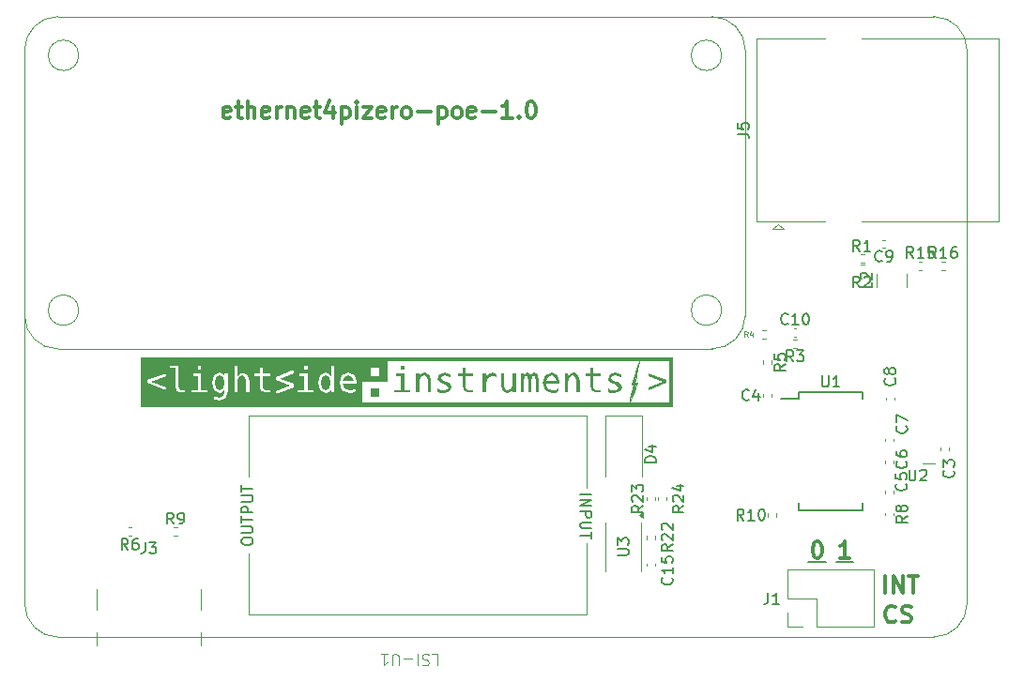
<source format=gbr>
G04 #@! TF.GenerationSoftware,KiCad,Pcbnew,8.0.3*
G04 #@! TF.CreationDate,2024-07-26T16:49:24+02:00*
G04 #@! TF.ProjectId,ice4pi,69636534-7069-42e6-9b69-6361645f7063,rev?*
G04 #@! TF.SameCoordinates,PX2faf080PY2ebae40*
G04 #@! TF.FileFunction,Legend,Top*
G04 #@! TF.FilePolarity,Positive*
%FSLAX46Y46*%
G04 Gerber Fmt 4.6, Leading zero omitted, Abs format (unit mm)*
G04 Created by KiCad (PCBNEW 8.0.3) date 2024-07-26 16:49:24*
%MOMM*%
%LPD*%
G01*
G04 APERTURE LIST*
%ADD10C,0.050000*%
%ADD11C,0.150000*%
%ADD12C,0.300000*%
%ADD13C,0.125000*%
%ADD14C,0.100000*%
%ADD15C,0.200000*%
%ADD16C,0.120000*%
%ADD17C,0.000000*%
%ADD18C,0.000106*%
G04 #@! TA.AperFunction,Profile*
%ADD19C,0.050000*%
G04 #@! TD*
G04 APERTURE END LIST*
D10*
X0Y-27000000D02*
X0Y-3000000D01*
X62000000Y-30000000D02*
X3000000Y-30000000D01*
X3000000Y0D02*
X62000000Y0D01*
X0Y-3000000D02*
G75*
G02*
X3000000Y0I3000000J0D01*
G01*
D11*
X70700900Y-49250600D02*
X72250300Y-49250600D01*
D10*
X65000000Y-3000000D02*
X65000000Y-27000000D01*
D11*
X73177400Y-49225200D02*
X74726800Y-49225200D01*
D10*
X65000000Y-27000000D02*
G75*
G02*
X62000000Y-30000000I-3000000J0D01*
G01*
X3000000Y-30000000D02*
G75*
G02*
X0Y-27000000I0J3000000D01*
G01*
X62000000Y0D02*
G75*
G02*
X65000000Y-3000000I0J-3000000D01*
G01*
D12*
X18535715Y-9106900D02*
X18392858Y-9178328D01*
X18392858Y-9178328D02*
X18107144Y-9178328D01*
X18107144Y-9178328D02*
X17964286Y-9106900D01*
X17964286Y-9106900D02*
X17892858Y-8964042D01*
X17892858Y-8964042D02*
X17892858Y-8392614D01*
X17892858Y-8392614D02*
X17964286Y-8249757D01*
X17964286Y-8249757D02*
X18107144Y-8178328D01*
X18107144Y-8178328D02*
X18392858Y-8178328D01*
X18392858Y-8178328D02*
X18535715Y-8249757D01*
X18535715Y-8249757D02*
X18607144Y-8392614D01*
X18607144Y-8392614D02*
X18607144Y-8535471D01*
X18607144Y-8535471D02*
X17892858Y-8678328D01*
X19035715Y-8178328D02*
X19607143Y-8178328D01*
X19250000Y-7678328D02*
X19250000Y-8964042D01*
X19250000Y-8964042D02*
X19321429Y-9106900D01*
X19321429Y-9106900D02*
X19464286Y-9178328D01*
X19464286Y-9178328D02*
X19607143Y-9178328D01*
X20107143Y-9178328D02*
X20107143Y-7678328D01*
X20750001Y-9178328D02*
X20750001Y-8392614D01*
X20750001Y-8392614D02*
X20678572Y-8249757D01*
X20678572Y-8249757D02*
X20535715Y-8178328D01*
X20535715Y-8178328D02*
X20321429Y-8178328D01*
X20321429Y-8178328D02*
X20178572Y-8249757D01*
X20178572Y-8249757D02*
X20107143Y-8321185D01*
X22035715Y-9106900D02*
X21892858Y-9178328D01*
X21892858Y-9178328D02*
X21607144Y-9178328D01*
X21607144Y-9178328D02*
X21464286Y-9106900D01*
X21464286Y-9106900D02*
X21392858Y-8964042D01*
X21392858Y-8964042D02*
X21392858Y-8392614D01*
X21392858Y-8392614D02*
X21464286Y-8249757D01*
X21464286Y-8249757D02*
X21607144Y-8178328D01*
X21607144Y-8178328D02*
X21892858Y-8178328D01*
X21892858Y-8178328D02*
X22035715Y-8249757D01*
X22035715Y-8249757D02*
X22107144Y-8392614D01*
X22107144Y-8392614D02*
X22107144Y-8535471D01*
X22107144Y-8535471D02*
X21392858Y-8678328D01*
X22750000Y-9178328D02*
X22750000Y-8178328D01*
X22750000Y-8464042D02*
X22821429Y-8321185D01*
X22821429Y-8321185D02*
X22892858Y-8249757D01*
X22892858Y-8249757D02*
X23035715Y-8178328D01*
X23035715Y-8178328D02*
X23178572Y-8178328D01*
X23678571Y-8178328D02*
X23678571Y-9178328D01*
X23678571Y-8321185D02*
X23750000Y-8249757D01*
X23750000Y-8249757D02*
X23892857Y-8178328D01*
X23892857Y-8178328D02*
X24107143Y-8178328D01*
X24107143Y-8178328D02*
X24250000Y-8249757D01*
X24250000Y-8249757D02*
X24321429Y-8392614D01*
X24321429Y-8392614D02*
X24321429Y-9178328D01*
X25607143Y-9106900D02*
X25464286Y-9178328D01*
X25464286Y-9178328D02*
X25178572Y-9178328D01*
X25178572Y-9178328D02*
X25035714Y-9106900D01*
X25035714Y-9106900D02*
X24964286Y-8964042D01*
X24964286Y-8964042D02*
X24964286Y-8392614D01*
X24964286Y-8392614D02*
X25035714Y-8249757D01*
X25035714Y-8249757D02*
X25178572Y-8178328D01*
X25178572Y-8178328D02*
X25464286Y-8178328D01*
X25464286Y-8178328D02*
X25607143Y-8249757D01*
X25607143Y-8249757D02*
X25678572Y-8392614D01*
X25678572Y-8392614D02*
X25678572Y-8535471D01*
X25678572Y-8535471D02*
X24964286Y-8678328D01*
X26107143Y-8178328D02*
X26678571Y-8178328D01*
X26321428Y-7678328D02*
X26321428Y-8964042D01*
X26321428Y-8964042D02*
X26392857Y-9106900D01*
X26392857Y-9106900D02*
X26535714Y-9178328D01*
X26535714Y-9178328D02*
X26678571Y-9178328D01*
X27821429Y-8178328D02*
X27821429Y-9178328D01*
X27464286Y-7606900D02*
X27107143Y-8678328D01*
X27107143Y-8678328D02*
X28035714Y-8678328D01*
X28607142Y-8178328D02*
X28607142Y-9678328D01*
X28607142Y-8249757D02*
X28750000Y-8178328D01*
X28750000Y-8178328D02*
X29035714Y-8178328D01*
X29035714Y-8178328D02*
X29178571Y-8249757D01*
X29178571Y-8249757D02*
X29250000Y-8321185D01*
X29250000Y-8321185D02*
X29321428Y-8464042D01*
X29321428Y-8464042D02*
X29321428Y-8892614D01*
X29321428Y-8892614D02*
X29250000Y-9035471D01*
X29250000Y-9035471D02*
X29178571Y-9106900D01*
X29178571Y-9106900D02*
X29035714Y-9178328D01*
X29035714Y-9178328D02*
X28750000Y-9178328D01*
X28750000Y-9178328D02*
X28607142Y-9106900D01*
X29964285Y-9178328D02*
X29964285Y-8178328D01*
X29964285Y-7678328D02*
X29892857Y-7749757D01*
X29892857Y-7749757D02*
X29964285Y-7821185D01*
X29964285Y-7821185D02*
X30035714Y-7749757D01*
X30035714Y-7749757D02*
X29964285Y-7678328D01*
X29964285Y-7678328D02*
X29964285Y-7821185D01*
X30535714Y-8178328D02*
X31321429Y-8178328D01*
X31321429Y-8178328D02*
X30535714Y-9178328D01*
X30535714Y-9178328D02*
X31321429Y-9178328D01*
X32464286Y-9106900D02*
X32321429Y-9178328D01*
X32321429Y-9178328D02*
X32035715Y-9178328D01*
X32035715Y-9178328D02*
X31892857Y-9106900D01*
X31892857Y-9106900D02*
X31821429Y-8964042D01*
X31821429Y-8964042D02*
X31821429Y-8392614D01*
X31821429Y-8392614D02*
X31892857Y-8249757D01*
X31892857Y-8249757D02*
X32035715Y-8178328D01*
X32035715Y-8178328D02*
X32321429Y-8178328D01*
X32321429Y-8178328D02*
X32464286Y-8249757D01*
X32464286Y-8249757D02*
X32535715Y-8392614D01*
X32535715Y-8392614D02*
X32535715Y-8535471D01*
X32535715Y-8535471D02*
X31821429Y-8678328D01*
X33178571Y-9178328D02*
X33178571Y-8178328D01*
X33178571Y-8464042D02*
X33250000Y-8321185D01*
X33250000Y-8321185D02*
X33321429Y-8249757D01*
X33321429Y-8249757D02*
X33464286Y-8178328D01*
X33464286Y-8178328D02*
X33607143Y-8178328D01*
X34321428Y-9178328D02*
X34178571Y-9106900D01*
X34178571Y-9106900D02*
X34107142Y-9035471D01*
X34107142Y-9035471D02*
X34035714Y-8892614D01*
X34035714Y-8892614D02*
X34035714Y-8464042D01*
X34035714Y-8464042D02*
X34107142Y-8321185D01*
X34107142Y-8321185D02*
X34178571Y-8249757D01*
X34178571Y-8249757D02*
X34321428Y-8178328D01*
X34321428Y-8178328D02*
X34535714Y-8178328D01*
X34535714Y-8178328D02*
X34678571Y-8249757D01*
X34678571Y-8249757D02*
X34750000Y-8321185D01*
X34750000Y-8321185D02*
X34821428Y-8464042D01*
X34821428Y-8464042D02*
X34821428Y-8892614D01*
X34821428Y-8892614D02*
X34750000Y-9035471D01*
X34750000Y-9035471D02*
X34678571Y-9106900D01*
X34678571Y-9106900D02*
X34535714Y-9178328D01*
X34535714Y-9178328D02*
X34321428Y-9178328D01*
X35464285Y-8606900D02*
X36607143Y-8606900D01*
X37321428Y-8178328D02*
X37321428Y-9678328D01*
X37321428Y-8249757D02*
X37464286Y-8178328D01*
X37464286Y-8178328D02*
X37750000Y-8178328D01*
X37750000Y-8178328D02*
X37892857Y-8249757D01*
X37892857Y-8249757D02*
X37964286Y-8321185D01*
X37964286Y-8321185D02*
X38035714Y-8464042D01*
X38035714Y-8464042D02*
X38035714Y-8892614D01*
X38035714Y-8892614D02*
X37964286Y-9035471D01*
X37964286Y-9035471D02*
X37892857Y-9106900D01*
X37892857Y-9106900D02*
X37750000Y-9178328D01*
X37750000Y-9178328D02*
X37464286Y-9178328D01*
X37464286Y-9178328D02*
X37321428Y-9106900D01*
X38892857Y-9178328D02*
X38750000Y-9106900D01*
X38750000Y-9106900D02*
X38678571Y-9035471D01*
X38678571Y-9035471D02*
X38607143Y-8892614D01*
X38607143Y-8892614D02*
X38607143Y-8464042D01*
X38607143Y-8464042D02*
X38678571Y-8321185D01*
X38678571Y-8321185D02*
X38750000Y-8249757D01*
X38750000Y-8249757D02*
X38892857Y-8178328D01*
X38892857Y-8178328D02*
X39107143Y-8178328D01*
X39107143Y-8178328D02*
X39250000Y-8249757D01*
X39250000Y-8249757D02*
X39321429Y-8321185D01*
X39321429Y-8321185D02*
X39392857Y-8464042D01*
X39392857Y-8464042D02*
X39392857Y-8892614D01*
X39392857Y-8892614D02*
X39321429Y-9035471D01*
X39321429Y-9035471D02*
X39250000Y-9106900D01*
X39250000Y-9106900D02*
X39107143Y-9178328D01*
X39107143Y-9178328D02*
X38892857Y-9178328D01*
X40607143Y-9106900D02*
X40464286Y-9178328D01*
X40464286Y-9178328D02*
X40178572Y-9178328D01*
X40178572Y-9178328D02*
X40035714Y-9106900D01*
X40035714Y-9106900D02*
X39964286Y-8964042D01*
X39964286Y-8964042D02*
X39964286Y-8392614D01*
X39964286Y-8392614D02*
X40035714Y-8249757D01*
X40035714Y-8249757D02*
X40178572Y-8178328D01*
X40178572Y-8178328D02*
X40464286Y-8178328D01*
X40464286Y-8178328D02*
X40607143Y-8249757D01*
X40607143Y-8249757D02*
X40678572Y-8392614D01*
X40678572Y-8392614D02*
X40678572Y-8535471D01*
X40678572Y-8535471D02*
X39964286Y-8678328D01*
X41321428Y-8606900D02*
X42464286Y-8606900D01*
X43964286Y-9178328D02*
X43107143Y-9178328D01*
X43535714Y-9178328D02*
X43535714Y-7678328D01*
X43535714Y-7678328D02*
X43392857Y-7892614D01*
X43392857Y-7892614D02*
X43250000Y-8035471D01*
X43250000Y-8035471D02*
X43107143Y-8106900D01*
X44607142Y-9035471D02*
X44678571Y-9106900D01*
X44678571Y-9106900D02*
X44607142Y-9178328D01*
X44607142Y-9178328D02*
X44535714Y-9106900D01*
X44535714Y-9106900D02*
X44607142Y-9035471D01*
X44607142Y-9035471D02*
X44607142Y-9178328D01*
X45607143Y-7678328D02*
X45750000Y-7678328D01*
X45750000Y-7678328D02*
X45892857Y-7749757D01*
X45892857Y-7749757D02*
X45964286Y-7821185D01*
X45964286Y-7821185D02*
X46035714Y-7964042D01*
X46035714Y-7964042D02*
X46107143Y-8249757D01*
X46107143Y-8249757D02*
X46107143Y-8606900D01*
X46107143Y-8606900D02*
X46035714Y-8892614D01*
X46035714Y-8892614D02*
X45964286Y-9035471D01*
X45964286Y-9035471D02*
X45892857Y-9106900D01*
X45892857Y-9106900D02*
X45750000Y-9178328D01*
X45750000Y-9178328D02*
X45607143Y-9178328D01*
X45607143Y-9178328D02*
X45464286Y-9106900D01*
X45464286Y-9106900D02*
X45392857Y-9035471D01*
X45392857Y-9035471D02*
X45321428Y-8892614D01*
X45321428Y-8892614D02*
X45250000Y-8606900D01*
X45250000Y-8606900D02*
X45250000Y-8249757D01*
X45250000Y-8249757D02*
X45321428Y-7964042D01*
X45321428Y-7964042D02*
X45392857Y-7821185D01*
X45392857Y-7821185D02*
X45464286Y-7749757D01*
X45464286Y-7749757D02*
X45607143Y-7678328D01*
X71428572Y-47378328D02*
X71571429Y-47378328D01*
X71571429Y-47378328D02*
X71714286Y-47449757D01*
X71714286Y-47449757D02*
X71785715Y-47521185D01*
X71785715Y-47521185D02*
X71857143Y-47664042D01*
X71857143Y-47664042D02*
X71928572Y-47949757D01*
X71928572Y-47949757D02*
X71928572Y-48306900D01*
X71928572Y-48306900D02*
X71857143Y-48592614D01*
X71857143Y-48592614D02*
X71785715Y-48735471D01*
X71785715Y-48735471D02*
X71714286Y-48806900D01*
X71714286Y-48806900D02*
X71571429Y-48878328D01*
X71571429Y-48878328D02*
X71428572Y-48878328D01*
X71428572Y-48878328D02*
X71285715Y-48806900D01*
X71285715Y-48806900D02*
X71214286Y-48735471D01*
X71214286Y-48735471D02*
X71142857Y-48592614D01*
X71142857Y-48592614D02*
X71071429Y-48306900D01*
X71071429Y-48306900D02*
X71071429Y-47949757D01*
X71071429Y-47949757D02*
X71142857Y-47664042D01*
X71142857Y-47664042D02*
X71214286Y-47521185D01*
X71214286Y-47521185D02*
X71285715Y-47449757D01*
X71285715Y-47449757D02*
X71428572Y-47378328D01*
X78550000Y-54535471D02*
X78478572Y-54606900D01*
X78478572Y-54606900D02*
X78264286Y-54678328D01*
X78264286Y-54678328D02*
X78121429Y-54678328D01*
X78121429Y-54678328D02*
X77907143Y-54606900D01*
X77907143Y-54606900D02*
X77764286Y-54464042D01*
X77764286Y-54464042D02*
X77692857Y-54321185D01*
X77692857Y-54321185D02*
X77621429Y-54035471D01*
X77621429Y-54035471D02*
X77621429Y-53821185D01*
X77621429Y-53821185D02*
X77692857Y-53535471D01*
X77692857Y-53535471D02*
X77764286Y-53392614D01*
X77764286Y-53392614D02*
X77907143Y-53249757D01*
X77907143Y-53249757D02*
X78121429Y-53178328D01*
X78121429Y-53178328D02*
X78264286Y-53178328D01*
X78264286Y-53178328D02*
X78478572Y-53249757D01*
X78478572Y-53249757D02*
X78550000Y-53321185D01*
X79121429Y-54606900D02*
X79335715Y-54678328D01*
X79335715Y-54678328D02*
X79692857Y-54678328D01*
X79692857Y-54678328D02*
X79835715Y-54606900D01*
X79835715Y-54606900D02*
X79907143Y-54535471D01*
X79907143Y-54535471D02*
X79978572Y-54392614D01*
X79978572Y-54392614D02*
X79978572Y-54249757D01*
X79978572Y-54249757D02*
X79907143Y-54106900D01*
X79907143Y-54106900D02*
X79835715Y-54035471D01*
X79835715Y-54035471D02*
X79692857Y-53964042D01*
X79692857Y-53964042D02*
X79407143Y-53892614D01*
X79407143Y-53892614D02*
X79264286Y-53821185D01*
X79264286Y-53821185D02*
X79192857Y-53749757D01*
X79192857Y-53749757D02*
X79121429Y-53606900D01*
X79121429Y-53606900D02*
X79121429Y-53464042D01*
X79121429Y-53464042D02*
X79192857Y-53321185D01*
X79192857Y-53321185D02*
X79264286Y-53249757D01*
X79264286Y-53249757D02*
X79407143Y-53178328D01*
X79407143Y-53178328D02*
X79764286Y-53178328D01*
X79764286Y-53178328D02*
X79978572Y-53249757D01*
X74428572Y-48878328D02*
X73571429Y-48878328D01*
X74000000Y-48878328D02*
X74000000Y-47378328D01*
X74000000Y-47378328D02*
X73857143Y-47592614D01*
X73857143Y-47592614D02*
X73714286Y-47735471D01*
X73714286Y-47735471D02*
X73571429Y-47806900D01*
X77642856Y-51978328D02*
X77642856Y-50478328D01*
X78357142Y-51978328D02*
X78357142Y-50478328D01*
X78357142Y-50478328D02*
X79214285Y-51978328D01*
X79214285Y-51978328D02*
X79214285Y-50478328D01*
X79714286Y-50478328D02*
X80571429Y-50478328D01*
X80142857Y-51978328D02*
X80142857Y-50478328D01*
D11*
X9323333Y-48124819D02*
X8990000Y-47648628D01*
X8751905Y-48124819D02*
X8751905Y-47124819D01*
X8751905Y-47124819D02*
X9132857Y-47124819D01*
X9132857Y-47124819D02*
X9228095Y-47172438D01*
X9228095Y-47172438D02*
X9275714Y-47220057D01*
X9275714Y-47220057D02*
X9323333Y-47315295D01*
X9323333Y-47315295D02*
X9323333Y-47458152D01*
X9323333Y-47458152D02*
X9275714Y-47553390D01*
X9275714Y-47553390D02*
X9228095Y-47601009D01*
X9228095Y-47601009D02*
X9132857Y-47648628D01*
X9132857Y-47648628D02*
X8751905Y-47648628D01*
X10180476Y-47124819D02*
X9990000Y-47124819D01*
X9990000Y-47124819D02*
X9894762Y-47172438D01*
X9894762Y-47172438D02*
X9847143Y-47220057D01*
X9847143Y-47220057D02*
X9751905Y-47362914D01*
X9751905Y-47362914D02*
X9704286Y-47553390D01*
X9704286Y-47553390D02*
X9704286Y-47934342D01*
X9704286Y-47934342D02*
X9751905Y-48029580D01*
X9751905Y-48029580D02*
X9799524Y-48077200D01*
X9799524Y-48077200D02*
X9894762Y-48124819D01*
X9894762Y-48124819D02*
X10085238Y-48124819D01*
X10085238Y-48124819D02*
X10180476Y-48077200D01*
X10180476Y-48077200D02*
X10228095Y-48029580D01*
X10228095Y-48029580D02*
X10275714Y-47934342D01*
X10275714Y-47934342D02*
X10275714Y-47696247D01*
X10275714Y-47696247D02*
X10228095Y-47601009D01*
X10228095Y-47601009D02*
X10180476Y-47553390D01*
X10180476Y-47553390D02*
X10085238Y-47505771D01*
X10085238Y-47505771D02*
X9894762Y-47505771D01*
X9894762Y-47505771D02*
X9799524Y-47553390D01*
X9799524Y-47553390D02*
X9751905Y-47601009D01*
X9751905Y-47601009D02*
X9704286Y-47696247D01*
X58359580Y-50642857D02*
X58407200Y-50690476D01*
X58407200Y-50690476D02*
X58454819Y-50833333D01*
X58454819Y-50833333D02*
X58454819Y-50928571D01*
X58454819Y-50928571D02*
X58407200Y-51071428D01*
X58407200Y-51071428D02*
X58311961Y-51166666D01*
X58311961Y-51166666D02*
X58216723Y-51214285D01*
X58216723Y-51214285D02*
X58026247Y-51261904D01*
X58026247Y-51261904D02*
X57883390Y-51261904D01*
X57883390Y-51261904D02*
X57692914Y-51214285D01*
X57692914Y-51214285D02*
X57597676Y-51166666D01*
X57597676Y-51166666D02*
X57502438Y-51071428D01*
X57502438Y-51071428D02*
X57454819Y-50928571D01*
X57454819Y-50928571D02*
X57454819Y-50833333D01*
X57454819Y-50833333D02*
X57502438Y-50690476D01*
X57502438Y-50690476D02*
X57550057Y-50642857D01*
X58454819Y-49690476D02*
X58454819Y-50261904D01*
X58454819Y-49976190D02*
X57454819Y-49976190D01*
X57454819Y-49976190D02*
X57597676Y-50071428D01*
X57597676Y-50071428D02*
X57692914Y-50166666D01*
X57692914Y-50166666D02*
X57740533Y-50261904D01*
X57454819Y-48785714D02*
X57454819Y-49261904D01*
X57454819Y-49261904D02*
X57931009Y-49309523D01*
X57931009Y-49309523D02*
X57883390Y-49261904D01*
X57883390Y-49261904D02*
X57835771Y-49166666D01*
X57835771Y-49166666D02*
X57835771Y-48928571D01*
X57835771Y-48928571D02*
X57883390Y-48833333D01*
X57883390Y-48833333D02*
X57931009Y-48785714D01*
X57931009Y-48785714D02*
X58026247Y-48738095D01*
X58026247Y-48738095D02*
X58264342Y-48738095D01*
X58264342Y-48738095D02*
X58359580Y-48785714D01*
X58359580Y-48785714D02*
X58407200Y-48833333D01*
X58407200Y-48833333D02*
X58454819Y-48928571D01*
X58454819Y-48928571D02*
X58454819Y-49166666D01*
X58454819Y-49166666D02*
X58407200Y-49261904D01*
X58407200Y-49261904D02*
X58359580Y-49309523D01*
X53479819Y-48624404D02*
X54289342Y-48624404D01*
X54289342Y-48624404D02*
X54384580Y-48576785D01*
X54384580Y-48576785D02*
X54432200Y-48529166D01*
X54432200Y-48529166D02*
X54479819Y-48433928D01*
X54479819Y-48433928D02*
X54479819Y-48243452D01*
X54479819Y-48243452D02*
X54432200Y-48148214D01*
X54432200Y-48148214D02*
X54384580Y-48100595D01*
X54384580Y-48100595D02*
X54289342Y-48052976D01*
X54289342Y-48052976D02*
X53479819Y-48052976D01*
X53479819Y-47672023D02*
X53479819Y-47052976D01*
X53479819Y-47052976D02*
X53860771Y-47386309D01*
X53860771Y-47386309D02*
X53860771Y-47243452D01*
X53860771Y-47243452D02*
X53908390Y-47148214D01*
X53908390Y-47148214D02*
X53956009Y-47100595D01*
X53956009Y-47100595D02*
X54051247Y-47052976D01*
X54051247Y-47052976D02*
X54289342Y-47052976D01*
X54289342Y-47052976D02*
X54384580Y-47100595D01*
X54384580Y-47100595D02*
X54432200Y-47148214D01*
X54432200Y-47148214D02*
X54479819Y-47243452D01*
X54479819Y-47243452D02*
X54479819Y-47529166D01*
X54479819Y-47529166D02*
X54432200Y-47624404D01*
X54432200Y-47624404D02*
X54384580Y-47672023D01*
X59454819Y-44142857D02*
X58978628Y-44476190D01*
X59454819Y-44714285D02*
X58454819Y-44714285D01*
X58454819Y-44714285D02*
X58454819Y-44333333D01*
X58454819Y-44333333D02*
X58502438Y-44238095D01*
X58502438Y-44238095D02*
X58550057Y-44190476D01*
X58550057Y-44190476D02*
X58645295Y-44142857D01*
X58645295Y-44142857D02*
X58788152Y-44142857D01*
X58788152Y-44142857D02*
X58883390Y-44190476D01*
X58883390Y-44190476D02*
X58931009Y-44238095D01*
X58931009Y-44238095D02*
X58978628Y-44333333D01*
X58978628Y-44333333D02*
X58978628Y-44714285D01*
X58550057Y-43761904D02*
X58502438Y-43714285D01*
X58502438Y-43714285D02*
X58454819Y-43619047D01*
X58454819Y-43619047D02*
X58454819Y-43380952D01*
X58454819Y-43380952D02*
X58502438Y-43285714D01*
X58502438Y-43285714D02*
X58550057Y-43238095D01*
X58550057Y-43238095D02*
X58645295Y-43190476D01*
X58645295Y-43190476D02*
X58740533Y-43190476D01*
X58740533Y-43190476D02*
X58883390Y-43238095D01*
X58883390Y-43238095D02*
X59454819Y-43809523D01*
X59454819Y-43809523D02*
X59454819Y-43190476D01*
X58788152Y-42333333D02*
X59454819Y-42333333D01*
X58407200Y-42571428D02*
X59121485Y-42809523D01*
X59121485Y-42809523D02*
X59121485Y-42190476D01*
X55784819Y-44152857D02*
X55308628Y-44486190D01*
X55784819Y-44724285D02*
X54784819Y-44724285D01*
X54784819Y-44724285D02*
X54784819Y-44343333D01*
X54784819Y-44343333D02*
X54832438Y-44248095D01*
X54832438Y-44248095D02*
X54880057Y-44200476D01*
X54880057Y-44200476D02*
X54975295Y-44152857D01*
X54975295Y-44152857D02*
X55118152Y-44152857D01*
X55118152Y-44152857D02*
X55213390Y-44200476D01*
X55213390Y-44200476D02*
X55261009Y-44248095D01*
X55261009Y-44248095D02*
X55308628Y-44343333D01*
X55308628Y-44343333D02*
X55308628Y-44724285D01*
X54880057Y-43771904D02*
X54832438Y-43724285D01*
X54832438Y-43724285D02*
X54784819Y-43629047D01*
X54784819Y-43629047D02*
X54784819Y-43390952D01*
X54784819Y-43390952D02*
X54832438Y-43295714D01*
X54832438Y-43295714D02*
X54880057Y-43248095D01*
X54880057Y-43248095D02*
X54975295Y-43200476D01*
X54975295Y-43200476D02*
X55070533Y-43200476D01*
X55070533Y-43200476D02*
X55213390Y-43248095D01*
X55213390Y-43248095D02*
X55784819Y-43819523D01*
X55784819Y-43819523D02*
X55784819Y-43200476D01*
X54784819Y-42867142D02*
X54784819Y-42248095D01*
X54784819Y-42248095D02*
X55165771Y-42581428D01*
X55165771Y-42581428D02*
X55165771Y-42438571D01*
X55165771Y-42438571D02*
X55213390Y-42343333D01*
X55213390Y-42343333D02*
X55261009Y-42295714D01*
X55261009Y-42295714D02*
X55356247Y-42248095D01*
X55356247Y-42248095D02*
X55594342Y-42248095D01*
X55594342Y-42248095D02*
X55689580Y-42295714D01*
X55689580Y-42295714D02*
X55737200Y-42343333D01*
X55737200Y-42343333D02*
X55784819Y-42438571D01*
X55784819Y-42438571D02*
X55784819Y-42724285D01*
X55784819Y-42724285D02*
X55737200Y-42819523D01*
X55737200Y-42819523D02*
X55689580Y-42867142D01*
X58454819Y-47642857D02*
X57978628Y-47976190D01*
X58454819Y-48214285D02*
X57454819Y-48214285D01*
X57454819Y-48214285D02*
X57454819Y-47833333D01*
X57454819Y-47833333D02*
X57502438Y-47738095D01*
X57502438Y-47738095D02*
X57550057Y-47690476D01*
X57550057Y-47690476D02*
X57645295Y-47642857D01*
X57645295Y-47642857D02*
X57788152Y-47642857D01*
X57788152Y-47642857D02*
X57883390Y-47690476D01*
X57883390Y-47690476D02*
X57931009Y-47738095D01*
X57931009Y-47738095D02*
X57978628Y-47833333D01*
X57978628Y-47833333D02*
X57978628Y-48214285D01*
X57550057Y-47261904D02*
X57502438Y-47214285D01*
X57502438Y-47214285D02*
X57454819Y-47119047D01*
X57454819Y-47119047D02*
X57454819Y-46880952D01*
X57454819Y-46880952D02*
X57502438Y-46785714D01*
X57502438Y-46785714D02*
X57550057Y-46738095D01*
X57550057Y-46738095D02*
X57645295Y-46690476D01*
X57645295Y-46690476D02*
X57740533Y-46690476D01*
X57740533Y-46690476D02*
X57883390Y-46738095D01*
X57883390Y-46738095D02*
X58454819Y-47309523D01*
X58454819Y-47309523D02*
X58454819Y-46690476D01*
X57550057Y-46309523D02*
X57502438Y-46261904D01*
X57502438Y-46261904D02*
X57454819Y-46166666D01*
X57454819Y-46166666D02*
X57454819Y-45928571D01*
X57454819Y-45928571D02*
X57502438Y-45833333D01*
X57502438Y-45833333D02*
X57550057Y-45785714D01*
X57550057Y-45785714D02*
X57645295Y-45738095D01*
X57645295Y-45738095D02*
X57740533Y-45738095D01*
X57740533Y-45738095D02*
X57883390Y-45785714D01*
X57883390Y-45785714D02*
X58454819Y-46357142D01*
X58454819Y-46357142D02*
X58454819Y-45738095D01*
X56954819Y-40238094D02*
X55954819Y-40238094D01*
X55954819Y-40238094D02*
X55954819Y-39999999D01*
X55954819Y-39999999D02*
X56002438Y-39857142D01*
X56002438Y-39857142D02*
X56097676Y-39761904D01*
X56097676Y-39761904D02*
X56192914Y-39714285D01*
X56192914Y-39714285D02*
X56383390Y-39666666D01*
X56383390Y-39666666D02*
X56526247Y-39666666D01*
X56526247Y-39666666D02*
X56716723Y-39714285D01*
X56716723Y-39714285D02*
X56811961Y-39761904D01*
X56811961Y-39761904D02*
X56907200Y-39857142D01*
X56907200Y-39857142D02*
X56954819Y-39999999D01*
X56954819Y-39999999D02*
X56954819Y-40238094D01*
X56288152Y-38809523D02*
X56954819Y-38809523D01*
X55907200Y-39047618D02*
X56621485Y-39285713D01*
X56621485Y-39285713D02*
X56621485Y-38666666D01*
X79781495Y-40882219D02*
X79781495Y-41691742D01*
X79781495Y-41691742D02*
X79829114Y-41786980D01*
X79829114Y-41786980D02*
X79876733Y-41834600D01*
X79876733Y-41834600D02*
X79971971Y-41882219D01*
X79971971Y-41882219D02*
X80162447Y-41882219D01*
X80162447Y-41882219D02*
X80257685Y-41834600D01*
X80257685Y-41834600D02*
X80305304Y-41786980D01*
X80305304Y-41786980D02*
X80352923Y-41691742D01*
X80352923Y-41691742D02*
X80352923Y-40882219D01*
X80781495Y-40977457D02*
X80829114Y-40929838D01*
X80829114Y-40929838D02*
X80924352Y-40882219D01*
X80924352Y-40882219D02*
X81162447Y-40882219D01*
X81162447Y-40882219D02*
X81257685Y-40929838D01*
X81257685Y-40929838D02*
X81305304Y-40977457D01*
X81305304Y-40977457D02*
X81352923Y-41072695D01*
X81352923Y-41072695D02*
X81352923Y-41167933D01*
X81352923Y-41167933D02*
X81305304Y-41310790D01*
X81305304Y-41310790D02*
X80733876Y-41882219D01*
X80733876Y-41882219D02*
X81352923Y-41882219D01*
X79505980Y-40120866D02*
X79553600Y-40168485D01*
X79553600Y-40168485D02*
X79601219Y-40311342D01*
X79601219Y-40311342D02*
X79601219Y-40406580D01*
X79601219Y-40406580D02*
X79553600Y-40549437D01*
X79553600Y-40549437D02*
X79458361Y-40644675D01*
X79458361Y-40644675D02*
X79363123Y-40692294D01*
X79363123Y-40692294D02*
X79172647Y-40739913D01*
X79172647Y-40739913D02*
X79029790Y-40739913D01*
X79029790Y-40739913D02*
X78839314Y-40692294D01*
X78839314Y-40692294D02*
X78744076Y-40644675D01*
X78744076Y-40644675D02*
X78648838Y-40549437D01*
X78648838Y-40549437D02*
X78601219Y-40406580D01*
X78601219Y-40406580D02*
X78601219Y-40311342D01*
X78601219Y-40311342D02*
X78648838Y-40168485D01*
X78648838Y-40168485D02*
X78696457Y-40120866D01*
X78601219Y-39263723D02*
X78601219Y-39454199D01*
X78601219Y-39454199D02*
X78648838Y-39549437D01*
X78648838Y-39549437D02*
X78696457Y-39597056D01*
X78696457Y-39597056D02*
X78839314Y-39692294D01*
X78839314Y-39692294D02*
X79029790Y-39739913D01*
X79029790Y-39739913D02*
X79410742Y-39739913D01*
X79410742Y-39739913D02*
X79505980Y-39692294D01*
X79505980Y-39692294D02*
X79553600Y-39644675D01*
X79553600Y-39644675D02*
X79601219Y-39549437D01*
X79601219Y-39549437D02*
X79601219Y-39358961D01*
X79601219Y-39358961D02*
X79553600Y-39263723D01*
X79553600Y-39263723D02*
X79505980Y-39216104D01*
X79505980Y-39216104D02*
X79410742Y-39168485D01*
X79410742Y-39168485D02*
X79172647Y-39168485D01*
X79172647Y-39168485D02*
X79077409Y-39216104D01*
X79077409Y-39216104D02*
X79029790Y-39263723D01*
X79029790Y-39263723D02*
X78982171Y-39358961D01*
X78982171Y-39358961D02*
X78982171Y-39549437D01*
X78982171Y-39549437D02*
X79029790Y-39644675D01*
X79029790Y-39644675D02*
X79077409Y-39692294D01*
X79077409Y-39692294D02*
X79172647Y-39739913D01*
X80157874Y-21776781D02*
X79824541Y-21300590D01*
X79586446Y-21776781D02*
X79586446Y-20776781D01*
X79586446Y-20776781D02*
X79967398Y-20776781D01*
X79967398Y-20776781D02*
X80062636Y-20824400D01*
X80062636Y-20824400D02*
X80110255Y-20872019D01*
X80110255Y-20872019D02*
X80157874Y-20967257D01*
X80157874Y-20967257D02*
X80157874Y-21110114D01*
X80157874Y-21110114D02*
X80110255Y-21205352D01*
X80110255Y-21205352D02*
X80062636Y-21252971D01*
X80062636Y-21252971D02*
X79967398Y-21300590D01*
X79967398Y-21300590D02*
X79586446Y-21300590D01*
X81110255Y-21776781D02*
X80538827Y-21776781D01*
X80824541Y-21776781D02*
X80824541Y-20776781D01*
X80824541Y-20776781D02*
X80729303Y-20919638D01*
X80729303Y-20919638D02*
X80634065Y-21014876D01*
X80634065Y-21014876D02*
X80538827Y-21062495D01*
X82015017Y-20776781D02*
X81538827Y-20776781D01*
X81538827Y-20776781D02*
X81491208Y-21252971D01*
X81491208Y-21252971D02*
X81538827Y-21205352D01*
X81538827Y-21205352D02*
X81634065Y-21157733D01*
X81634065Y-21157733D02*
X81872160Y-21157733D01*
X81872160Y-21157733D02*
X81967398Y-21205352D01*
X81967398Y-21205352D02*
X82015017Y-21252971D01*
X82015017Y-21252971D02*
X82062636Y-21348209D01*
X82062636Y-21348209D02*
X82062636Y-21586304D01*
X82062636Y-21586304D02*
X82015017Y-21681542D01*
X82015017Y-21681542D02*
X81967398Y-21729162D01*
X81967398Y-21729162D02*
X81872160Y-21776781D01*
X81872160Y-21776781D02*
X81634065Y-21776781D01*
X81634065Y-21776781D02*
X81538827Y-21729162D01*
X81538827Y-21729162D02*
X81491208Y-21681542D01*
X13433333Y-45784819D02*
X13100000Y-45308628D01*
X12861905Y-45784819D02*
X12861905Y-44784819D01*
X12861905Y-44784819D02*
X13242857Y-44784819D01*
X13242857Y-44784819D02*
X13338095Y-44832438D01*
X13338095Y-44832438D02*
X13385714Y-44880057D01*
X13385714Y-44880057D02*
X13433333Y-44975295D01*
X13433333Y-44975295D02*
X13433333Y-45118152D01*
X13433333Y-45118152D02*
X13385714Y-45213390D01*
X13385714Y-45213390D02*
X13338095Y-45261009D01*
X13338095Y-45261009D02*
X13242857Y-45308628D01*
X13242857Y-45308628D02*
X12861905Y-45308628D01*
X13909524Y-45784819D02*
X14100000Y-45784819D01*
X14100000Y-45784819D02*
X14195238Y-45737200D01*
X14195238Y-45737200D02*
X14242857Y-45689580D01*
X14242857Y-45689580D02*
X14338095Y-45546723D01*
X14338095Y-45546723D02*
X14385714Y-45356247D01*
X14385714Y-45356247D02*
X14385714Y-44975295D01*
X14385714Y-44975295D02*
X14338095Y-44880057D01*
X14338095Y-44880057D02*
X14290476Y-44832438D01*
X14290476Y-44832438D02*
X14195238Y-44784819D01*
X14195238Y-44784819D02*
X14004762Y-44784819D01*
X14004762Y-44784819D02*
X13909524Y-44832438D01*
X13909524Y-44832438D02*
X13861905Y-44880057D01*
X13861905Y-44880057D02*
X13814286Y-44975295D01*
X13814286Y-44975295D02*
X13814286Y-45213390D01*
X13814286Y-45213390D02*
X13861905Y-45308628D01*
X13861905Y-45308628D02*
X13909524Y-45356247D01*
X13909524Y-45356247D02*
X14004762Y-45403866D01*
X14004762Y-45403866D02*
X14195238Y-45403866D01*
X14195238Y-45403866D02*
X14290476Y-45356247D01*
X14290476Y-45356247D02*
X14338095Y-45308628D01*
X14338095Y-45308628D02*
X14385714Y-45213390D01*
X82206678Y-21784818D02*
X81873345Y-21308627D01*
X81635250Y-21784818D02*
X81635250Y-20784818D01*
X81635250Y-20784818D02*
X82016202Y-20784818D01*
X82016202Y-20784818D02*
X82111440Y-20832437D01*
X82111440Y-20832437D02*
X82159059Y-20880056D01*
X82159059Y-20880056D02*
X82206678Y-20975294D01*
X82206678Y-20975294D02*
X82206678Y-21118151D01*
X82206678Y-21118151D02*
X82159059Y-21213389D01*
X82159059Y-21213389D02*
X82111440Y-21261008D01*
X82111440Y-21261008D02*
X82016202Y-21308627D01*
X82016202Y-21308627D02*
X81635250Y-21308627D01*
X83159059Y-21784818D02*
X82587631Y-21784818D01*
X82873345Y-21784818D02*
X82873345Y-20784818D01*
X82873345Y-20784818D02*
X82778107Y-20927675D01*
X82778107Y-20927675D02*
X82682869Y-21022913D01*
X82682869Y-21022913D02*
X82587631Y-21070532D01*
X84016202Y-20784818D02*
X83825726Y-20784818D01*
X83825726Y-20784818D02*
X83730488Y-20832437D01*
X83730488Y-20832437D02*
X83682869Y-20880056D01*
X83682869Y-20880056D02*
X83587631Y-21022913D01*
X83587631Y-21022913D02*
X83540012Y-21213389D01*
X83540012Y-21213389D02*
X83540012Y-21594341D01*
X83540012Y-21594341D02*
X83587631Y-21689579D01*
X83587631Y-21689579D02*
X83635250Y-21737199D01*
X83635250Y-21737199D02*
X83730488Y-21784818D01*
X83730488Y-21784818D02*
X83920964Y-21784818D01*
X83920964Y-21784818D02*
X84016202Y-21737199D01*
X84016202Y-21737199D02*
X84063821Y-21689579D01*
X84063821Y-21689579D02*
X84111440Y-21594341D01*
X84111440Y-21594341D02*
X84111440Y-21356246D01*
X84111440Y-21356246D02*
X84063821Y-21261008D01*
X84063821Y-21261008D02*
X84016202Y-21213389D01*
X84016202Y-21213389D02*
X83920964Y-21165770D01*
X83920964Y-21165770D02*
X83730488Y-21165770D01*
X83730488Y-21165770D02*
X83635250Y-21213389D01*
X83635250Y-21213389D02*
X83587631Y-21261008D01*
X83587631Y-21261008D02*
X83540012Y-21356246D01*
X10866666Y-47454819D02*
X10866666Y-48169104D01*
X10866666Y-48169104D02*
X10819047Y-48311961D01*
X10819047Y-48311961D02*
X10723809Y-48407200D01*
X10723809Y-48407200D02*
X10580952Y-48454819D01*
X10580952Y-48454819D02*
X10485714Y-48454819D01*
X11247619Y-47454819D02*
X11866666Y-47454819D01*
X11866666Y-47454819D02*
X11533333Y-47835771D01*
X11533333Y-47835771D02*
X11676190Y-47835771D01*
X11676190Y-47835771D02*
X11771428Y-47883390D01*
X11771428Y-47883390D02*
X11819047Y-47931009D01*
X11819047Y-47931009D02*
X11866666Y-48026247D01*
X11866666Y-48026247D02*
X11866666Y-48264342D01*
X11866666Y-48264342D02*
X11819047Y-48359580D01*
X11819047Y-48359580D02*
X11771428Y-48407200D01*
X11771428Y-48407200D02*
X11676190Y-48454819D01*
X11676190Y-48454819D02*
X11390476Y-48454819D01*
X11390476Y-48454819D02*
X11295238Y-48407200D01*
X11295238Y-48407200D02*
X11247619Y-48359580D01*
X75333333Y-24454819D02*
X75000000Y-23978628D01*
X74761905Y-24454819D02*
X74761905Y-23454819D01*
X74761905Y-23454819D02*
X75142857Y-23454819D01*
X75142857Y-23454819D02*
X75238095Y-23502438D01*
X75238095Y-23502438D02*
X75285714Y-23550057D01*
X75285714Y-23550057D02*
X75333333Y-23645295D01*
X75333333Y-23645295D02*
X75333333Y-23788152D01*
X75333333Y-23788152D02*
X75285714Y-23883390D01*
X75285714Y-23883390D02*
X75238095Y-23931009D01*
X75238095Y-23931009D02*
X75142857Y-23978628D01*
X75142857Y-23978628D02*
X74761905Y-23978628D01*
X75714286Y-23550057D02*
X75761905Y-23502438D01*
X75761905Y-23502438D02*
X75857143Y-23454819D01*
X75857143Y-23454819D02*
X76095238Y-23454819D01*
X76095238Y-23454819D02*
X76190476Y-23502438D01*
X76190476Y-23502438D02*
X76238095Y-23550057D01*
X76238095Y-23550057D02*
X76285714Y-23645295D01*
X76285714Y-23645295D02*
X76285714Y-23740533D01*
X76285714Y-23740533D02*
X76238095Y-23883390D01*
X76238095Y-23883390D02*
X75666667Y-24454819D01*
X75666667Y-24454819D02*
X76285714Y-24454819D01*
X77333333Y-22019580D02*
X77285714Y-22067200D01*
X77285714Y-22067200D02*
X77142857Y-22114819D01*
X77142857Y-22114819D02*
X77047619Y-22114819D01*
X77047619Y-22114819D02*
X76904762Y-22067200D01*
X76904762Y-22067200D02*
X76809524Y-21971961D01*
X76809524Y-21971961D02*
X76761905Y-21876723D01*
X76761905Y-21876723D02*
X76714286Y-21686247D01*
X76714286Y-21686247D02*
X76714286Y-21543390D01*
X76714286Y-21543390D02*
X76761905Y-21352914D01*
X76761905Y-21352914D02*
X76809524Y-21257676D01*
X76809524Y-21257676D02*
X76904762Y-21162438D01*
X76904762Y-21162438D02*
X77047619Y-21114819D01*
X77047619Y-21114819D02*
X77142857Y-21114819D01*
X77142857Y-21114819D02*
X77285714Y-21162438D01*
X77285714Y-21162438D02*
X77333333Y-21210057D01*
X77809524Y-22114819D02*
X78000000Y-22114819D01*
X78000000Y-22114819D02*
X78095238Y-22067200D01*
X78095238Y-22067200D02*
X78142857Y-22019580D01*
X78142857Y-22019580D02*
X78238095Y-21876723D01*
X78238095Y-21876723D02*
X78285714Y-21686247D01*
X78285714Y-21686247D02*
X78285714Y-21305295D01*
X78285714Y-21305295D02*
X78238095Y-21210057D01*
X78238095Y-21210057D02*
X78190476Y-21162438D01*
X78190476Y-21162438D02*
X78095238Y-21114819D01*
X78095238Y-21114819D02*
X77904762Y-21114819D01*
X77904762Y-21114819D02*
X77809524Y-21162438D01*
X77809524Y-21162438D02*
X77761905Y-21210057D01*
X77761905Y-21210057D02*
X77714286Y-21305295D01*
X77714286Y-21305295D02*
X77714286Y-21543390D01*
X77714286Y-21543390D02*
X77761905Y-21638628D01*
X77761905Y-21638628D02*
X77809524Y-21686247D01*
X77809524Y-21686247D02*
X77904762Y-21733866D01*
X77904762Y-21733866D02*
X78095238Y-21733866D01*
X78095238Y-21733866D02*
X78190476Y-21686247D01*
X78190476Y-21686247D02*
X78238095Y-21638628D01*
X78238095Y-21638628D02*
X78285714Y-21543390D01*
X79614819Y-45066666D02*
X79138628Y-45399999D01*
X79614819Y-45638094D02*
X78614819Y-45638094D01*
X78614819Y-45638094D02*
X78614819Y-45257142D01*
X78614819Y-45257142D02*
X78662438Y-45161904D01*
X78662438Y-45161904D02*
X78710057Y-45114285D01*
X78710057Y-45114285D02*
X78805295Y-45066666D01*
X78805295Y-45066666D02*
X78948152Y-45066666D01*
X78948152Y-45066666D02*
X79043390Y-45114285D01*
X79043390Y-45114285D02*
X79091009Y-45161904D01*
X79091009Y-45161904D02*
X79138628Y-45257142D01*
X79138628Y-45257142D02*
X79138628Y-45638094D01*
X79043390Y-44495237D02*
X78995771Y-44590475D01*
X78995771Y-44590475D02*
X78948152Y-44638094D01*
X78948152Y-44638094D02*
X78852914Y-44685713D01*
X78852914Y-44685713D02*
X78805295Y-44685713D01*
X78805295Y-44685713D02*
X78710057Y-44638094D01*
X78710057Y-44638094D02*
X78662438Y-44590475D01*
X78662438Y-44590475D02*
X78614819Y-44495237D01*
X78614819Y-44495237D02*
X78614819Y-44304761D01*
X78614819Y-44304761D02*
X78662438Y-44209523D01*
X78662438Y-44209523D02*
X78710057Y-44161904D01*
X78710057Y-44161904D02*
X78805295Y-44114285D01*
X78805295Y-44114285D02*
X78852914Y-44114285D01*
X78852914Y-44114285D02*
X78948152Y-44161904D01*
X78948152Y-44161904D02*
X78995771Y-44209523D01*
X78995771Y-44209523D02*
X79043390Y-44304761D01*
X79043390Y-44304761D02*
X79043390Y-44495237D01*
X79043390Y-44495237D02*
X79091009Y-44590475D01*
X79091009Y-44590475D02*
X79138628Y-44638094D01*
X79138628Y-44638094D02*
X79233866Y-44685713D01*
X79233866Y-44685713D02*
X79424342Y-44685713D01*
X79424342Y-44685713D02*
X79519580Y-44638094D01*
X79519580Y-44638094D02*
X79567200Y-44590475D01*
X79567200Y-44590475D02*
X79614819Y-44495237D01*
X79614819Y-44495237D02*
X79614819Y-44304761D01*
X79614819Y-44304761D02*
X79567200Y-44209523D01*
X79567200Y-44209523D02*
X79519580Y-44161904D01*
X79519580Y-44161904D02*
X79424342Y-44114285D01*
X79424342Y-44114285D02*
X79233866Y-44114285D01*
X79233866Y-44114285D02*
X79138628Y-44161904D01*
X79138628Y-44161904D02*
X79091009Y-44209523D01*
X79091009Y-44209523D02*
X79043390Y-44304761D01*
X68624819Y-31356666D02*
X68148628Y-31689999D01*
X68624819Y-31928094D02*
X67624819Y-31928094D01*
X67624819Y-31928094D02*
X67624819Y-31547142D01*
X67624819Y-31547142D02*
X67672438Y-31451904D01*
X67672438Y-31451904D02*
X67720057Y-31404285D01*
X67720057Y-31404285D02*
X67815295Y-31356666D01*
X67815295Y-31356666D02*
X67958152Y-31356666D01*
X67958152Y-31356666D02*
X68053390Y-31404285D01*
X68053390Y-31404285D02*
X68101009Y-31451904D01*
X68101009Y-31451904D02*
X68148628Y-31547142D01*
X68148628Y-31547142D02*
X68148628Y-31928094D01*
X67624819Y-30451904D02*
X67624819Y-30928094D01*
X67624819Y-30928094D02*
X68101009Y-30975713D01*
X68101009Y-30975713D02*
X68053390Y-30928094D01*
X68053390Y-30928094D02*
X68005771Y-30832856D01*
X68005771Y-30832856D02*
X68005771Y-30594761D01*
X68005771Y-30594761D02*
X68053390Y-30499523D01*
X68053390Y-30499523D02*
X68101009Y-30451904D01*
X68101009Y-30451904D02*
X68196247Y-30404285D01*
X68196247Y-30404285D02*
X68434342Y-30404285D01*
X68434342Y-30404285D02*
X68529580Y-30451904D01*
X68529580Y-30451904D02*
X68577200Y-30499523D01*
X68577200Y-30499523D02*
X68624819Y-30594761D01*
X68624819Y-30594761D02*
X68624819Y-30832856D01*
X68624819Y-30832856D02*
X68577200Y-30928094D01*
X68577200Y-30928094D02*
X68529580Y-30975713D01*
X75333333Y-21154819D02*
X75000000Y-20678628D01*
X74761905Y-21154819D02*
X74761905Y-20154819D01*
X74761905Y-20154819D02*
X75142857Y-20154819D01*
X75142857Y-20154819D02*
X75238095Y-20202438D01*
X75238095Y-20202438D02*
X75285714Y-20250057D01*
X75285714Y-20250057D02*
X75333333Y-20345295D01*
X75333333Y-20345295D02*
X75333333Y-20488152D01*
X75333333Y-20488152D02*
X75285714Y-20583390D01*
X75285714Y-20583390D02*
X75238095Y-20631009D01*
X75238095Y-20631009D02*
X75142857Y-20678628D01*
X75142857Y-20678628D02*
X74761905Y-20678628D01*
X76285714Y-21154819D02*
X75714286Y-21154819D01*
X76000000Y-21154819D02*
X76000000Y-20154819D01*
X76000000Y-20154819D02*
X75904762Y-20297676D01*
X75904762Y-20297676D02*
X75809524Y-20392914D01*
X75809524Y-20392914D02*
X75714286Y-20440533D01*
X79480580Y-42152866D02*
X79528200Y-42200485D01*
X79528200Y-42200485D02*
X79575819Y-42343342D01*
X79575819Y-42343342D02*
X79575819Y-42438580D01*
X79575819Y-42438580D02*
X79528200Y-42581437D01*
X79528200Y-42581437D02*
X79432961Y-42676675D01*
X79432961Y-42676675D02*
X79337723Y-42724294D01*
X79337723Y-42724294D02*
X79147247Y-42771913D01*
X79147247Y-42771913D02*
X79004390Y-42771913D01*
X79004390Y-42771913D02*
X78813914Y-42724294D01*
X78813914Y-42724294D02*
X78718676Y-42676675D01*
X78718676Y-42676675D02*
X78623438Y-42581437D01*
X78623438Y-42581437D02*
X78575819Y-42438580D01*
X78575819Y-42438580D02*
X78575819Y-42343342D01*
X78575819Y-42343342D02*
X78623438Y-42200485D01*
X78623438Y-42200485D02*
X78671057Y-42152866D01*
X78575819Y-41248104D02*
X78575819Y-41724294D01*
X78575819Y-41724294D02*
X79052009Y-41771913D01*
X79052009Y-41771913D02*
X79004390Y-41724294D01*
X79004390Y-41724294D02*
X78956771Y-41629056D01*
X78956771Y-41629056D02*
X78956771Y-41390961D01*
X78956771Y-41390961D02*
X79004390Y-41295723D01*
X79004390Y-41295723D02*
X79052009Y-41248104D01*
X79052009Y-41248104D02*
X79147247Y-41200485D01*
X79147247Y-41200485D02*
X79385342Y-41200485D01*
X79385342Y-41200485D02*
X79480580Y-41248104D01*
X79480580Y-41248104D02*
X79528200Y-41295723D01*
X79528200Y-41295723D02*
X79575819Y-41390961D01*
X79575819Y-41390961D02*
X79575819Y-41629056D01*
X79575819Y-41629056D02*
X79528200Y-41724294D01*
X79528200Y-41724294D02*
X79480580Y-41771913D01*
X78459580Y-32666666D02*
X78507200Y-32714285D01*
X78507200Y-32714285D02*
X78554819Y-32857142D01*
X78554819Y-32857142D02*
X78554819Y-32952380D01*
X78554819Y-32952380D02*
X78507200Y-33095237D01*
X78507200Y-33095237D02*
X78411961Y-33190475D01*
X78411961Y-33190475D02*
X78316723Y-33238094D01*
X78316723Y-33238094D02*
X78126247Y-33285713D01*
X78126247Y-33285713D02*
X77983390Y-33285713D01*
X77983390Y-33285713D02*
X77792914Y-33238094D01*
X77792914Y-33238094D02*
X77697676Y-33190475D01*
X77697676Y-33190475D02*
X77602438Y-33095237D01*
X77602438Y-33095237D02*
X77554819Y-32952380D01*
X77554819Y-32952380D02*
X77554819Y-32857142D01*
X77554819Y-32857142D02*
X77602438Y-32714285D01*
X77602438Y-32714285D02*
X77650057Y-32666666D01*
X77983390Y-32095237D02*
X77935771Y-32190475D01*
X77935771Y-32190475D02*
X77888152Y-32238094D01*
X77888152Y-32238094D02*
X77792914Y-32285713D01*
X77792914Y-32285713D02*
X77745295Y-32285713D01*
X77745295Y-32285713D02*
X77650057Y-32238094D01*
X77650057Y-32238094D02*
X77602438Y-32190475D01*
X77602438Y-32190475D02*
X77554819Y-32095237D01*
X77554819Y-32095237D02*
X77554819Y-31904761D01*
X77554819Y-31904761D02*
X77602438Y-31809523D01*
X77602438Y-31809523D02*
X77650057Y-31761904D01*
X77650057Y-31761904D02*
X77745295Y-31714285D01*
X77745295Y-31714285D02*
X77792914Y-31714285D01*
X77792914Y-31714285D02*
X77888152Y-31761904D01*
X77888152Y-31761904D02*
X77935771Y-31809523D01*
X77935771Y-31809523D02*
X77983390Y-31904761D01*
X77983390Y-31904761D02*
X77983390Y-32095237D01*
X77983390Y-32095237D02*
X78031009Y-32190475D01*
X78031009Y-32190475D02*
X78078628Y-32238094D01*
X78078628Y-32238094D02*
X78173866Y-32285713D01*
X78173866Y-32285713D02*
X78364342Y-32285713D01*
X78364342Y-32285713D02*
X78459580Y-32238094D01*
X78459580Y-32238094D02*
X78507200Y-32190475D01*
X78507200Y-32190475D02*
X78554819Y-32095237D01*
X78554819Y-32095237D02*
X78554819Y-31904761D01*
X78554819Y-31904761D02*
X78507200Y-31809523D01*
X78507200Y-31809523D02*
X78459580Y-31761904D01*
X78459580Y-31761904D02*
X78364342Y-31714285D01*
X78364342Y-31714285D02*
X78173866Y-31714285D01*
X78173866Y-31714285D02*
X78078628Y-31761904D01*
X78078628Y-31761904D02*
X78031009Y-31809523D01*
X78031009Y-31809523D02*
X77983390Y-31904761D01*
X64857142Y-45454819D02*
X64523809Y-44978628D01*
X64285714Y-45454819D02*
X64285714Y-44454819D01*
X64285714Y-44454819D02*
X64666666Y-44454819D01*
X64666666Y-44454819D02*
X64761904Y-44502438D01*
X64761904Y-44502438D02*
X64809523Y-44550057D01*
X64809523Y-44550057D02*
X64857142Y-44645295D01*
X64857142Y-44645295D02*
X64857142Y-44788152D01*
X64857142Y-44788152D02*
X64809523Y-44883390D01*
X64809523Y-44883390D02*
X64761904Y-44931009D01*
X64761904Y-44931009D02*
X64666666Y-44978628D01*
X64666666Y-44978628D02*
X64285714Y-44978628D01*
X65809523Y-45454819D02*
X65238095Y-45454819D01*
X65523809Y-45454819D02*
X65523809Y-44454819D01*
X65523809Y-44454819D02*
X65428571Y-44597676D01*
X65428571Y-44597676D02*
X65333333Y-44692914D01*
X65333333Y-44692914D02*
X65238095Y-44740533D01*
X66428571Y-44454819D02*
X66523809Y-44454819D01*
X66523809Y-44454819D02*
X66619047Y-44502438D01*
X66619047Y-44502438D02*
X66666666Y-44550057D01*
X66666666Y-44550057D02*
X66714285Y-44645295D01*
X66714285Y-44645295D02*
X66761904Y-44835771D01*
X66761904Y-44835771D02*
X66761904Y-45073866D01*
X66761904Y-45073866D02*
X66714285Y-45264342D01*
X66714285Y-45264342D02*
X66666666Y-45359580D01*
X66666666Y-45359580D02*
X66619047Y-45407200D01*
X66619047Y-45407200D02*
X66523809Y-45454819D01*
X66523809Y-45454819D02*
X66428571Y-45454819D01*
X66428571Y-45454819D02*
X66333333Y-45407200D01*
X66333333Y-45407200D02*
X66285714Y-45359580D01*
X66285714Y-45359580D02*
X66238095Y-45264342D01*
X66238095Y-45264342D02*
X66190476Y-45073866D01*
X66190476Y-45073866D02*
X66190476Y-44835771D01*
X66190476Y-44835771D02*
X66238095Y-44645295D01*
X66238095Y-44645295D02*
X66285714Y-44550057D01*
X66285714Y-44550057D02*
X66333333Y-44502438D01*
X66333333Y-44502438D02*
X66428571Y-44454819D01*
X64314819Y-10588333D02*
X65029104Y-10588333D01*
X65029104Y-10588333D02*
X65171961Y-10635952D01*
X65171961Y-10635952D02*
X65267200Y-10731190D01*
X65267200Y-10731190D02*
X65314819Y-10874047D01*
X65314819Y-10874047D02*
X65314819Y-10969285D01*
X64314819Y-9635952D02*
X64314819Y-10112142D01*
X64314819Y-10112142D02*
X64791009Y-10159761D01*
X64791009Y-10159761D02*
X64743390Y-10112142D01*
X64743390Y-10112142D02*
X64695771Y-10016904D01*
X64695771Y-10016904D02*
X64695771Y-9778809D01*
X64695771Y-9778809D02*
X64743390Y-9683571D01*
X64743390Y-9683571D02*
X64791009Y-9635952D01*
X64791009Y-9635952D02*
X64886247Y-9588333D01*
X64886247Y-9588333D02*
X65124342Y-9588333D01*
X65124342Y-9588333D02*
X65219580Y-9635952D01*
X65219580Y-9635952D02*
X65267200Y-9683571D01*
X65267200Y-9683571D02*
X65314819Y-9778809D01*
X65314819Y-9778809D02*
X65314819Y-10016904D01*
X65314819Y-10016904D02*
X65267200Y-10112142D01*
X65267200Y-10112142D02*
X65219580Y-10159761D01*
X71938095Y-32404819D02*
X71938095Y-33214342D01*
X71938095Y-33214342D02*
X71985714Y-33309580D01*
X71985714Y-33309580D02*
X72033333Y-33357200D01*
X72033333Y-33357200D02*
X72128571Y-33404819D01*
X72128571Y-33404819D02*
X72319047Y-33404819D01*
X72319047Y-33404819D02*
X72414285Y-33357200D01*
X72414285Y-33357200D02*
X72461904Y-33309580D01*
X72461904Y-33309580D02*
X72509523Y-33214342D01*
X72509523Y-33214342D02*
X72509523Y-32404819D01*
X73509523Y-33404819D02*
X72938095Y-33404819D01*
X73223809Y-33404819D02*
X73223809Y-32404819D01*
X73223809Y-32404819D02*
X73128571Y-32547676D01*
X73128571Y-32547676D02*
X73033333Y-32642914D01*
X73033333Y-32642914D02*
X72938095Y-32690533D01*
X83759580Y-40966666D02*
X83807200Y-41014285D01*
X83807200Y-41014285D02*
X83854819Y-41157142D01*
X83854819Y-41157142D02*
X83854819Y-41252380D01*
X83854819Y-41252380D02*
X83807200Y-41395237D01*
X83807200Y-41395237D02*
X83711961Y-41490475D01*
X83711961Y-41490475D02*
X83616723Y-41538094D01*
X83616723Y-41538094D02*
X83426247Y-41585713D01*
X83426247Y-41585713D02*
X83283390Y-41585713D01*
X83283390Y-41585713D02*
X83092914Y-41538094D01*
X83092914Y-41538094D02*
X82997676Y-41490475D01*
X82997676Y-41490475D02*
X82902438Y-41395237D01*
X82902438Y-41395237D02*
X82854819Y-41252380D01*
X82854819Y-41252380D02*
X82854819Y-41157142D01*
X82854819Y-41157142D02*
X82902438Y-41014285D01*
X82902438Y-41014285D02*
X82950057Y-40966666D01*
X82854819Y-40633332D02*
X82854819Y-40014285D01*
X82854819Y-40014285D02*
X83235771Y-40347618D01*
X83235771Y-40347618D02*
X83235771Y-40204761D01*
X83235771Y-40204761D02*
X83283390Y-40109523D01*
X83283390Y-40109523D02*
X83331009Y-40061904D01*
X83331009Y-40061904D02*
X83426247Y-40014285D01*
X83426247Y-40014285D02*
X83664342Y-40014285D01*
X83664342Y-40014285D02*
X83759580Y-40061904D01*
X83759580Y-40061904D02*
X83807200Y-40109523D01*
X83807200Y-40109523D02*
X83854819Y-40204761D01*
X83854819Y-40204761D02*
X83854819Y-40490475D01*
X83854819Y-40490475D02*
X83807200Y-40585713D01*
X83807200Y-40585713D02*
X83759580Y-40633332D01*
X68857142Y-27699580D02*
X68809523Y-27747200D01*
X68809523Y-27747200D02*
X68666666Y-27794819D01*
X68666666Y-27794819D02*
X68571428Y-27794819D01*
X68571428Y-27794819D02*
X68428571Y-27747200D01*
X68428571Y-27747200D02*
X68333333Y-27651961D01*
X68333333Y-27651961D02*
X68285714Y-27556723D01*
X68285714Y-27556723D02*
X68238095Y-27366247D01*
X68238095Y-27366247D02*
X68238095Y-27223390D01*
X68238095Y-27223390D02*
X68285714Y-27032914D01*
X68285714Y-27032914D02*
X68333333Y-26937676D01*
X68333333Y-26937676D02*
X68428571Y-26842438D01*
X68428571Y-26842438D02*
X68571428Y-26794819D01*
X68571428Y-26794819D02*
X68666666Y-26794819D01*
X68666666Y-26794819D02*
X68809523Y-26842438D01*
X68809523Y-26842438D02*
X68857142Y-26890057D01*
X69809523Y-27794819D02*
X69238095Y-27794819D01*
X69523809Y-27794819D02*
X69523809Y-26794819D01*
X69523809Y-26794819D02*
X69428571Y-26937676D01*
X69428571Y-26937676D02*
X69333333Y-27032914D01*
X69333333Y-27032914D02*
X69238095Y-27080533D01*
X70428571Y-26794819D02*
X70523809Y-26794819D01*
X70523809Y-26794819D02*
X70619047Y-26842438D01*
X70619047Y-26842438D02*
X70666666Y-26890057D01*
X70666666Y-26890057D02*
X70714285Y-26985295D01*
X70714285Y-26985295D02*
X70761904Y-27175771D01*
X70761904Y-27175771D02*
X70761904Y-27413866D01*
X70761904Y-27413866D02*
X70714285Y-27604342D01*
X70714285Y-27604342D02*
X70666666Y-27699580D01*
X70666666Y-27699580D02*
X70619047Y-27747200D01*
X70619047Y-27747200D02*
X70523809Y-27794819D01*
X70523809Y-27794819D02*
X70428571Y-27794819D01*
X70428571Y-27794819D02*
X70333333Y-27747200D01*
X70333333Y-27747200D02*
X70285714Y-27699580D01*
X70285714Y-27699580D02*
X70238095Y-27604342D01*
X70238095Y-27604342D02*
X70190476Y-27413866D01*
X70190476Y-27413866D02*
X70190476Y-27175771D01*
X70190476Y-27175771D02*
X70238095Y-26985295D01*
X70238095Y-26985295D02*
X70285714Y-26890057D01*
X70285714Y-26890057D02*
X70333333Y-26842438D01*
X70333333Y-26842438D02*
X70428571Y-26794819D01*
X67066666Y-52024819D02*
X67066666Y-52739104D01*
X67066666Y-52739104D02*
X67019047Y-52881961D01*
X67019047Y-52881961D02*
X66923809Y-52977200D01*
X66923809Y-52977200D02*
X66780952Y-53024819D01*
X66780952Y-53024819D02*
X66685714Y-53024819D01*
X68066666Y-53024819D02*
X67495238Y-53024819D01*
X67780952Y-53024819D02*
X67780952Y-52024819D01*
X67780952Y-52024819D02*
X67685714Y-52167676D01*
X67685714Y-52167676D02*
X67590476Y-52262914D01*
X67590476Y-52262914D02*
X67495238Y-52310533D01*
X79519580Y-36966666D02*
X79567200Y-37014285D01*
X79567200Y-37014285D02*
X79614819Y-37157142D01*
X79614819Y-37157142D02*
X79614819Y-37252380D01*
X79614819Y-37252380D02*
X79567200Y-37395237D01*
X79567200Y-37395237D02*
X79471961Y-37490475D01*
X79471961Y-37490475D02*
X79376723Y-37538094D01*
X79376723Y-37538094D02*
X79186247Y-37585713D01*
X79186247Y-37585713D02*
X79043390Y-37585713D01*
X79043390Y-37585713D02*
X78852914Y-37538094D01*
X78852914Y-37538094D02*
X78757676Y-37490475D01*
X78757676Y-37490475D02*
X78662438Y-37395237D01*
X78662438Y-37395237D02*
X78614819Y-37252380D01*
X78614819Y-37252380D02*
X78614819Y-37157142D01*
X78614819Y-37157142D02*
X78662438Y-37014285D01*
X78662438Y-37014285D02*
X78710057Y-36966666D01*
X78614819Y-36633332D02*
X78614819Y-35966666D01*
X78614819Y-35966666D02*
X79614819Y-36395237D01*
D13*
X65216666Y-28924809D02*
X65050000Y-28686714D01*
X64930952Y-28924809D02*
X64930952Y-28424809D01*
X64930952Y-28424809D02*
X65121428Y-28424809D01*
X65121428Y-28424809D02*
X65169047Y-28448619D01*
X65169047Y-28448619D02*
X65192857Y-28472428D01*
X65192857Y-28472428D02*
X65216666Y-28520047D01*
X65216666Y-28520047D02*
X65216666Y-28591476D01*
X65216666Y-28591476D02*
X65192857Y-28639095D01*
X65192857Y-28639095D02*
X65169047Y-28662904D01*
X65169047Y-28662904D02*
X65121428Y-28686714D01*
X65121428Y-28686714D02*
X64930952Y-28686714D01*
X65645238Y-28591476D02*
X65645238Y-28924809D01*
X65526190Y-28401000D02*
X65407143Y-28758142D01*
X65407143Y-28758142D02*
X65716666Y-28758142D01*
D14*
X36723809Y-57542580D02*
X37199999Y-57542580D01*
X37199999Y-57542580D02*
X37199999Y-58542580D01*
X36438094Y-57590200D02*
X36295237Y-57542580D01*
X36295237Y-57542580D02*
X36057142Y-57542580D01*
X36057142Y-57542580D02*
X35961904Y-57590200D01*
X35961904Y-57590200D02*
X35914285Y-57637819D01*
X35914285Y-57637819D02*
X35866666Y-57733057D01*
X35866666Y-57733057D02*
X35866666Y-57828295D01*
X35866666Y-57828295D02*
X35914285Y-57923533D01*
X35914285Y-57923533D02*
X35961904Y-57971152D01*
X35961904Y-57971152D02*
X36057142Y-58018771D01*
X36057142Y-58018771D02*
X36247618Y-58066390D01*
X36247618Y-58066390D02*
X36342856Y-58114009D01*
X36342856Y-58114009D02*
X36390475Y-58161628D01*
X36390475Y-58161628D02*
X36438094Y-58256866D01*
X36438094Y-58256866D02*
X36438094Y-58352104D01*
X36438094Y-58352104D02*
X36390475Y-58447342D01*
X36390475Y-58447342D02*
X36342856Y-58494961D01*
X36342856Y-58494961D02*
X36247618Y-58542580D01*
X36247618Y-58542580D02*
X36009523Y-58542580D01*
X36009523Y-58542580D02*
X35866666Y-58494961D01*
X35438094Y-57542580D02*
X35438094Y-58542580D01*
X34961904Y-57923533D02*
X34200000Y-57923533D01*
X33723809Y-58542580D02*
X33723809Y-57733057D01*
X33723809Y-57733057D02*
X33676190Y-57637819D01*
X33676190Y-57637819D02*
X33628571Y-57590200D01*
X33628571Y-57590200D02*
X33533333Y-57542580D01*
X33533333Y-57542580D02*
X33342857Y-57542580D01*
X33342857Y-57542580D02*
X33247619Y-57590200D01*
X33247619Y-57590200D02*
X33200000Y-57637819D01*
X33200000Y-57637819D02*
X33152381Y-57733057D01*
X33152381Y-57733057D02*
X33152381Y-58542580D01*
X32152381Y-57542580D02*
X32723809Y-57542580D01*
X32438095Y-57542580D02*
X32438095Y-58542580D01*
X32438095Y-58542580D02*
X32533333Y-58399723D01*
X32533333Y-58399723D02*
X32628571Y-58304485D01*
X32628571Y-58304485D02*
X32723809Y-58256866D01*
D15*
X50132780Y-43119673D02*
X51132780Y-43119673D01*
X50132780Y-43595863D02*
X51132780Y-43595863D01*
X51132780Y-43595863D02*
X50132780Y-44167291D01*
X50132780Y-44167291D02*
X51132780Y-44167291D01*
X50132780Y-44643482D02*
X51132780Y-44643482D01*
X51132780Y-44643482D02*
X51132780Y-45024434D01*
X51132780Y-45024434D02*
X51085161Y-45119672D01*
X51085161Y-45119672D02*
X51037542Y-45167291D01*
X51037542Y-45167291D02*
X50942304Y-45214910D01*
X50942304Y-45214910D02*
X50799447Y-45214910D01*
X50799447Y-45214910D02*
X50704209Y-45167291D01*
X50704209Y-45167291D02*
X50656590Y-45119672D01*
X50656590Y-45119672D02*
X50608971Y-45024434D01*
X50608971Y-45024434D02*
X50608971Y-44643482D01*
X51132780Y-45643482D02*
X50323257Y-45643482D01*
X50323257Y-45643482D02*
X50228019Y-45691101D01*
X50228019Y-45691101D02*
X50180400Y-45738720D01*
X50180400Y-45738720D02*
X50132780Y-45833958D01*
X50132780Y-45833958D02*
X50132780Y-46024434D01*
X50132780Y-46024434D02*
X50180400Y-46119672D01*
X50180400Y-46119672D02*
X50228019Y-46167291D01*
X50228019Y-46167291D02*
X50323257Y-46214910D01*
X50323257Y-46214910D02*
X51132780Y-46214910D01*
X51132780Y-46548244D02*
X51132780Y-47119672D01*
X50132780Y-46833958D02*
X51132780Y-46833958D01*
X19567219Y-47439850D02*
X19567219Y-47249374D01*
X19567219Y-47249374D02*
X19614838Y-47154136D01*
X19614838Y-47154136D02*
X19710076Y-47058898D01*
X19710076Y-47058898D02*
X19900552Y-47011279D01*
X19900552Y-47011279D02*
X20233885Y-47011279D01*
X20233885Y-47011279D02*
X20424361Y-47058898D01*
X20424361Y-47058898D02*
X20519600Y-47154136D01*
X20519600Y-47154136D02*
X20567219Y-47249374D01*
X20567219Y-47249374D02*
X20567219Y-47439850D01*
X20567219Y-47439850D02*
X20519600Y-47535088D01*
X20519600Y-47535088D02*
X20424361Y-47630326D01*
X20424361Y-47630326D02*
X20233885Y-47677945D01*
X20233885Y-47677945D02*
X19900552Y-47677945D01*
X19900552Y-47677945D02*
X19710076Y-47630326D01*
X19710076Y-47630326D02*
X19614838Y-47535088D01*
X19614838Y-47535088D02*
X19567219Y-47439850D01*
X19567219Y-46582707D02*
X20376742Y-46582707D01*
X20376742Y-46582707D02*
X20471980Y-46535088D01*
X20471980Y-46535088D02*
X20519600Y-46487469D01*
X20519600Y-46487469D02*
X20567219Y-46392231D01*
X20567219Y-46392231D02*
X20567219Y-46201755D01*
X20567219Y-46201755D02*
X20519600Y-46106517D01*
X20519600Y-46106517D02*
X20471980Y-46058898D01*
X20471980Y-46058898D02*
X20376742Y-46011279D01*
X20376742Y-46011279D02*
X19567219Y-46011279D01*
X19567219Y-45677945D02*
X19567219Y-45106517D01*
X20567219Y-45392231D02*
X19567219Y-45392231D01*
X20567219Y-44773183D02*
X19567219Y-44773183D01*
X19567219Y-44773183D02*
X19567219Y-44392231D01*
X19567219Y-44392231D02*
X19614838Y-44296993D01*
X19614838Y-44296993D02*
X19662457Y-44249374D01*
X19662457Y-44249374D02*
X19757695Y-44201755D01*
X19757695Y-44201755D02*
X19900552Y-44201755D01*
X19900552Y-44201755D02*
X19995790Y-44249374D01*
X19995790Y-44249374D02*
X20043409Y-44296993D01*
X20043409Y-44296993D02*
X20091028Y-44392231D01*
X20091028Y-44392231D02*
X20091028Y-44773183D01*
X19567219Y-43773183D02*
X20376742Y-43773183D01*
X20376742Y-43773183D02*
X20471980Y-43725564D01*
X20471980Y-43725564D02*
X20519600Y-43677945D01*
X20519600Y-43677945D02*
X20567219Y-43582707D01*
X20567219Y-43582707D02*
X20567219Y-43392231D01*
X20567219Y-43392231D02*
X20519600Y-43296993D01*
X20519600Y-43296993D02*
X20471980Y-43249374D01*
X20471980Y-43249374D02*
X20376742Y-43201755D01*
X20376742Y-43201755D02*
X19567219Y-43201755D01*
X19567219Y-42868421D02*
X19567219Y-42296993D01*
X20567219Y-42582707D02*
X19567219Y-42582707D01*
D11*
X69333333Y-31124819D02*
X69000000Y-30648628D01*
X68761905Y-31124819D02*
X68761905Y-30124819D01*
X68761905Y-30124819D02*
X69142857Y-30124819D01*
X69142857Y-30124819D02*
X69238095Y-30172438D01*
X69238095Y-30172438D02*
X69285714Y-30220057D01*
X69285714Y-30220057D02*
X69333333Y-30315295D01*
X69333333Y-30315295D02*
X69333333Y-30458152D01*
X69333333Y-30458152D02*
X69285714Y-30553390D01*
X69285714Y-30553390D02*
X69238095Y-30601009D01*
X69238095Y-30601009D02*
X69142857Y-30648628D01*
X69142857Y-30648628D02*
X68761905Y-30648628D01*
X69666667Y-30124819D02*
X70285714Y-30124819D01*
X70285714Y-30124819D02*
X69952381Y-30505771D01*
X69952381Y-30505771D02*
X70095238Y-30505771D01*
X70095238Y-30505771D02*
X70190476Y-30553390D01*
X70190476Y-30553390D02*
X70238095Y-30601009D01*
X70238095Y-30601009D02*
X70285714Y-30696247D01*
X70285714Y-30696247D02*
X70285714Y-30934342D01*
X70285714Y-30934342D02*
X70238095Y-31029580D01*
X70238095Y-31029580D02*
X70190476Y-31077200D01*
X70190476Y-31077200D02*
X70095238Y-31124819D01*
X70095238Y-31124819D02*
X69809524Y-31124819D01*
X69809524Y-31124819D02*
X69714286Y-31077200D01*
X69714286Y-31077200D02*
X69666667Y-31029580D01*
X65333333Y-34559580D02*
X65285714Y-34607200D01*
X65285714Y-34607200D02*
X65142857Y-34654819D01*
X65142857Y-34654819D02*
X65047619Y-34654819D01*
X65047619Y-34654819D02*
X64904762Y-34607200D01*
X64904762Y-34607200D02*
X64809524Y-34511961D01*
X64809524Y-34511961D02*
X64761905Y-34416723D01*
X64761905Y-34416723D02*
X64714286Y-34226247D01*
X64714286Y-34226247D02*
X64714286Y-34083390D01*
X64714286Y-34083390D02*
X64761905Y-33892914D01*
X64761905Y-33892914D02*
X64809524Y-33797676D01*
X64809524Y-33797676D02*
X64904762Y-33702438D01*
X64904762Y-33702438D02*
X65047619Y-33654819D01*
X65047619Y-33654819D02*
X65142857Y-33654819D01*
X65142857Y-33654819D02*
X65285714Y-33702438D01*
X65285714Y-33702438D02*
X65333333Y-33750057D01*
X66190476Y-33988152D02*
X66190476Y-34654819D01*
X65952381Y-33607200D02*
X65714286Y-34321485D01*
X65714286Y-34321485D02*
X66333333Y-34321485D01*
X76396202Y-23973777D02*
X76396202Y-24449967D01*
X76396202Y-24449967D02*
X75396202Y-24449967D01*
X75491440Y-23688062D02*
X75443821Y-23640443D01*
X75443821Y-23640443D02*
X75396202Y-23545205D01*
X75396202Y-23545205D02*
X75396202Y-23307110D01*
X75396202Y-23307110D02*
X75443821Y-23211872D01*
X75443821Y-23211872D02*
X75491440Y-23164253D01*
X75491440Y-23164253D02*
X75586678Y-23116634D01*
X75586678Y-23116634D02*
X75681916Y-23116634D01*
X75681916Y-23116634D02*
X75824773Y-23164253D01*
X75824773Y-23164253D02*
X76396202Y-23735681D01*
X76396202Y-23735681D02*
X76396202Y-23116634D01*
D16*
X9643641Y-46880000D02*
X9336359Y-46880000D01*
X9643641Y-46120000D02*
X9336359Y-46120000D01*
X56140000Y-49587836D02*
X56140000Y-49372164D01*
X56860000Y-49587836D02*
X56860000Y-49372164D01*
X55635000Y-47862500D02*
X55635000Y-45662500D01*
X55635000Y-47862500D02*
X55635000Y-50062500D01*
X52415000Y-47862500D02*
X52415000Y-45662500D01*
X52415000Y-47862500D02*
X52415000Y-50062500D01*
X55790000Y-45202500D02*
X55460000Y-44962500D01*
X55790000Y-44722500D01*
X55790000Y-45202500D01*
G36*
X55790000Y-45202500D02*
G01*
X55460000Y-44962500D01*
X55790000Y-44722500D01*
X55790000Y-45202500D01*
G37*
X57120000Y-43653641D02*
X57120000Y-43346359D01*
X57880000Y-43653641D02*
X57880000Y-43346359D01*
X56120000Y-43663641D02*
X56120000Y-43356359D01*
X56880000Y-43663641D02*
X56880000Y-43356359D01*
X56880000Y-46846359D02*
X56880000Y-47153641D01*
X56120000Y-46846359D02*
X56120000Y-47153641D01*
X52350000Y-35990000D02*
X52350000Y-41500000D01*
X55650000Y-35990000D02*
X55650000Y-41500000D01*
X55650000Y-35990000D02*
X52350000Y-35990000D01*
D17*
G36*
X31966433Y-34312517D02*
G01*
X31213379Y-34312517D01*
X31213379Y-33562562D01*
X31966433Y-33562562D01*
X31966433Y-34312517D01*
G37*
G36*
X34228311Y-31886308D02*
G01*
X33941895Y-31886308D01*
X33941895Y-31525090D01*
X34228311Y-31525090D01*
X34228311Y-31886308D01*
G37*
G36*
X29216228Y-32390184D02*
G01*
X29540240Y-32521958D01*
X29660000Y-32903333D01*
X28716647Y-32904878D01*
X28875551Y-32526606D01*
X29216228Y-32390181D01*
X29216228Y-32390184D01*
G37*
G36*
X57898960Y-32813384D02*
G01*
X57898960Y-33070732D01*
X56252937Y-33718755D01*
X56252937Y-33435051D01*
X57576499Y-32943608D01*
X56252937Y-32447514D01*
X56252937Y-32165361D01*
X57898960Y-32813384D01*
G37*
G36*
X17890000Y-32558199D02*
G01*
X17995808Y-33044991D01*
X17890000Y-33533333D01*
X17587693Y-33702315D01*
X17264070Y-33534884D01*
X17153611Y-33044991D01*
X17264070Y-32558199D01*
X17584593Y-32390767D01*
X17890000Y-32558199D01*
G37*
G36*
X27480000Y-32544944D02*
G01*
X27589296Y-33044138D01*
X27480000Y-33543333D01*
X27165679Y-33713865D01*
X26852519Y-33544883D01*
X26746712Y-33044138D01*
X26852519Y-32543394D01*
X27165679Y-32374412D01*
X27480000Y-32544944D01*
G37*
G36*
X34228311Y-33715654D02*
G01*
X34796882Y-33715654D01*
X34796882Y-33937346D01*
X33373713Y-33937346D01*
X33373713Y-33715654D01*
X33941895Y-33715654D01*
X33941895Y-32422710D01*
X33495023Y-32422710D01*
X33495023Y-32201018D01*
X34228311Y-32201018D01*
X34228311Y-33715654D01*
G37*
G36*
X42392155Y-32185515D02*
G01*
X42568114Y-32267680D01*
X42568114Y-32559135D01*
X42381302Y-32455266D01*
X42172401Y-32422710D01*
X41763124Y-32590141D01*
X41621271Y-33073833D01*
X41621271Y-33937346D01*
X41333304Y-33937346D01*
X41333304Y-32201018D01*
X41621271Y-32201018D01*
X41621271Y-32540532D01*
X41841025Y-32258379D01*
X42194491Y-32159160D01*
X42392155Y-32185515D01*
G37*
G36*
X36518869Y-32334343D02*
G01*
X36651033Y-32861443D01*
X36651033Y-33937346D01*
X36363064Y-33937346D01*
X36363064Y-32861443D01*
X36280512Y-32517277D01*
X36022000Y-32407207D01*
X35712330Y-32549834D01*
X35604972Y-32956010D01*
X35604972Y-33937346D01*
X35318168Y-33937346D01*
X35318168Y-32201018D01*
X35604972Y-32201018D01*
X35604972Y-32461467D01*
X35811936Y-32236674D01*
X36121608Y-32159160D01*
X36518869Y-32334343D01*
G37*
G36*
X43278147Y-33280022D02*
G01*
X43360701Y-33624187D01*
X43619211Y-33734257D01*
X43928883Y-33593181D01*
X44036239Y-33185454D01*
X44036239Y-32204118D01*
X44324595Y-32204118D01*
X44324595Y-33937346D01*
X44036239Y-33937346D01*
X44036239Y-33676897D01*
X43827725Y-33904790D01*
X43521155Y-33982304D01*
X43122342Y-33808671D01*
X42991730Y-33280022D01*
X42991730Y-32204118D01*
X43278147Y-32204118D01*
X43278147Y-33280022D01*
G37*
G36*
X49947119Y-32334343D02*
G01*
X50079282Y-32861443D01*
X50079282Y-33937346D01*
X49791316Y-33937346D01*
X49791316Y-32861443D01*
X49708762Y-32517277D01*
X49450251Y-32407207D01*
X49140580Y-32549834D01*
X49032834Y-32956010D01*
X49032834Y-33937346D01*
X48746417Y-33937346D01*
X48746417Y-32201018D01*
X49032834Y-32201018D01*
X49032834Y-32461467D01*
X49240185Y-32236674D01*
X49549857Y-32159160D01*
X49947119Y-32334343D01*
G37*
G36*
X39807429Y-32201018D02*
G01*
X40458163Y-32201018D01*
X40458163Y-32422710D01*
X39807429Y-32422710D01*
X39807429Y-33365288D01*
X39880680Y-33633488D01*
X40136091Y-33709453D01*
X40458163Y-33709453D01*
X40458163Y-33937346D01*
X40107798Y-33937346D01*
X39653174Y-33808671D01*
X39521012Y-33365288D01*
X39521012Y-32422710D01*
X39055149Y-32422710D01*
X39055149Y-32201018D01*
X39521012Y-32201018D01*
X39521012Y-31708025D01*
X39807429Y-31708025D01*
X39807429Y-32201018D01*
G37*
G36*
X51317191Y-32201018D02*
G01*
X51967927Y-32201018D01*
X51967927Y-32422710D01*
X51317191Y-32422710D01*
X51317191Y-33365288D01*
X51390442Y-33633488D01*
X51645853Y-33709453D01*
X51967927Y-33709453D01*
X51967927Y-33937346D01*
X51617560Y-33937346D01*
X51162938Y-33808671D01*
X51030774Y-33365288D01*
X51030774Y-32422710D01*
X50565299Y-32422710D01*
X50565299Y-32201018D01*
X51030774Y-32201018D01*
X51030774Y-31708025D01*
X51317191Y-31708025D01*
X51317191Y-32201018D01*
G37*
G36*
X47538352Y-32159161D02*
G01*
X48063126Y-32383953D01*
X48256138Y-32997869D01*
X48256138Y-33137396D01*
X47015128Y-33137396D01*
X47015128Y-33146696D01*
X47162793Y-33585429D01*
X47583310Y-33740459D01*
X47869726Y-33697050D01*
X48189088Y-33565276D01*
X48189088Y-33848979D01*
X47872828Y-33948198D01*
X47580210Y-33982304D01*
X46944978Y-33740459D01*
X46715922Y-33070732D01*
X46768354Y-32915701D01*
X47025990Y-32915701D01*
X47969344Y-32914153D01*
X47849583Y-32532781D01*
X47525572Y-32401006D01*
X47525572Y-32401004D01*
X47184895Y-32537430D01*
X47025990Y-32915701D01*
X46768354Y-32915701D01*
X46940327Y-32407207D01*
X47538352Y-32159160D01*
X47538352Y-32159161D01*
G37*
G36*
X46286491Y-32321941D02*
G01*
X46373694Y-32931206D01*
X46373694Y-33937346D01*
X46112082Y-33937346D01*
X46112082Y-32943608D01*
X46069837Y-32487822D01*
X45920233Y-32397905D01*
X45749315Y-32494023D01*
X45703968Y-32943608D01*
X45703968Y-33937346D01*
X45442356Y-33937346D01*
X45442356Y-32943608D01*
X45397398Y-32484721D01*
X45238493Y-32397905D01*
X45079588Y-32494023D01*
X45036180Y-32943608D01*
X45036180Y-33937346D01*
X44776118Y-33937346D01*
X44776118Y-32201018D01*
X45036180Y-32201018D01*
X45036180Y-32349846D01*
X45163690Y-32208769D01*
X45339648Y-32159160D01*
X45535760Y-32213420D01*
X45659010Y-32377751D01*
X45792723Y-32213420D01*
X45990384Y-32159160D01*
X46286491Y-32321941D01*
G37*
G36*
X37924986Y-32159161D02*
G01*
X38194349Y-32185516D01*
X38448210Y-32261480D01*
X38448210Y-32540533D01*
X38200550Y-32433563D01*
X37946689Y-32397906D01*
X37655623Y-32461468D01*
X37560666Y-32652154D01*
X37631981Y-32825787D01*
X37988547Y-32937408D01*
X38104044Y-32959112D01*
X38426118Y-33120342D01*
X38536963Y-33435052D01*
X38353253Y-33838128D01*
X37842432Y-33982305D01*
X37571519Y-33954400D01*
X37264560Y-33873785D01*
X37264560Y-33579229D01*
X37571519Y-33703252D01*
X37848633Y-33743560D01*
X38142801Y-33667596D01*
X38247058Y-33452105D01*
X37865687Y-33177703D01*
X37853284Y-33174602D01*
X37745926Y-33152898D01*
X37384708Y-32991667D01*
X37270761Y-32680058D01*
X37440518Y-32295586D01*
X37924986Y-32159160D01*
X37924986Y-32159161D01*
G37*
G36*
X53271336Y-32159161D02*
G01*
X53540699Y-32185516D01*
X53794558Y-32261480D01*
X53794558Y-32540533D01*
X53546900Y-32433563D01*
X53293039Y-32397906D01*
X53001971Y-32461468D01*
X52907017Y-32652154D01*
X52978718Y-32825787D01*
X53335285Y-32937408D01*
X53450394Y-32959112D01*
X53772855Y-33120342D01*
X53883313Y-33435052D01*
X53699604Y-33838128D01*
X53188782Y-33982305D01*
X52917869Y-33954400D01*
X52611297Y-33873785D01*
X52611297Y-33579229D01*
X52917869Y-33703252D01*
X53194983Y-33743560D01*
X53489151Y-33667596D01*
X53593797Y-33452105D01*
X53212037Y-33177703D01*
X53199635Y-33174602D01*
X53092276Y-33152898D01*
X52731058Y-32991667D01*
X52617498Y-32680058D01*
X52787256Y-32295586D01*
X53271336Y-32159160D01*
X53271336Y-32159161D01*
G37*
D18*
X55405976Y-31216349D02*
X55361006Y-31439385D01*
X55279518Y-31842302D01*
X55198031Y-32245218D01*
X55143716Y-32513837D01*
X55086371Y-32797534D01*
X55048954Y-32983452D01*
X55041079Y-33023584D01*
X55173574Y-33024836D01*
X55306068Y-33024836D01*
X55282526Y-33079721D01*
X55210391Y-33248736D01*
X55113212Y-33476598D01*
X54977699Y-33794413D01*
X54841883Y-34112816D01*
X54745306Y-34339178D01*
X54647514Y-34568553D01*
X54557270Y-34780427D01*
X54515315Y-34874943D01*
X54514415Y-34871193D01*
X54555155Y-34721193D01*
X54618837Y-34485779D01*
X54967428Y-33205193D01*
X54853347Y-33200191D01*
X54738653Y-33197701D01*
X54741128Y-33188944D01*
X54887204Y-32743771D01*
X54968692Y-32496292D01*
X55287102Y-31530496D01*
X55391231Y-31215707D01*
X55391186Y-31216725D01*
X55423181Y-31124958D01*
X55405976Y-31216349D01*
G36*
X55405976Y-31216349D02*
G01*
X55361006Y-31439385D01*
X55279518Y-31842302D01*
X55198031Y-32245218D01*
X55143716Y-32513837D01*
X55086371Y-32797534D01*
X55048954Y-32983452D01*
X55041079Y-33023584D01*
X55173574Y-33024836D01*
X55306068Y-33024836D01*
X55282526Y-33079721D01*
X55210391Y-33248736D01*
X55113212Y-33476598D01*
X54977699Y-33794413D01*
X54841883Y-34112816D01*
X54745306Y-34339178D01*
X54647514Y-34568553D01*
X54557270Y-34780427D01*
X54515315Y-34874943D01*
X54514415Y-34871193D01*
X54555155Y-34721193D01*
X54618837Y-34485779D01*
X54967428Y-33205193D01*
X54853347Y-33200191D01*
X54738653Y-33197701D01*
X54741128Y-33188944D01*
X54887204Y-32743771D01*
X54968692Y-32496292D01*
X55287102Y-31530496D01*
X55391231Y-31215707D01*
X55391186Y-31216725D01*
X55423181Y-31124958D01*
X55405976Y-31216349D01*
G37*
D17*
G36*
X58500085Y-35250056D02*
G01*
X10499915Y-35250056D01*
X26078422Y-33937346D01*
X26078422Y-33715654D01*
X25510239Y-33715654D01*
X25510239Y-33064531D01*
X26488087Y-33064531D01*
X26668696Y-33738908D01*
X27166727Y-33982304D01*
X27441129Y-33915642D01*
X27632590Y-33718755D01*
X27632590Y-33937346D01*
X27919007Y-33937346D01*
X27919007Y-33070732D01*
X28406187Y-33070732D01*
X28635242Y-33740459D01*
X29270475Y-33982304D01*
X29563093Y-33948198D01*
X29879352Y-33848979D01*
X29879352Y-33565276D01*
X29559992Y-33697050D01*
X29273576Y-33740459D01*
X28853058Y-33585429D01*
X28705393Y-33146696D01*
X28705393Y-33137395D01*
X29946403Y-33137395D01*
X29946403Y-32999806D01*
X30459938Y-32999806D01*
X30459938Y-34859770D01*
X58109800Y-34859770D01*
X58109800Y-31139842D01*
X32719877Y-31139842D01*
X32719877Y-32999806D01*
X30459938Y-32999806D01*
X29946403Y-32999806D01*
X29946403Y-32997868D01*
X29753004Y-32383952D01*
X29228617Y-32159160D01*
X28630592Y-32407207D01*
X28406187Y-33070732D01*
X27919007Y-33070732D01*
X27919007Y-31687483D01*
X31213379Y-31687483D01*
X31213379Y-32437437D01*
X31966433Y-32437437D01*
X31966433Y-31687483D01*
X31213379Y-31687483D01*
X27919007Y-31687483D01*
X27919007Y-31525090D01*
X27632590Y-31525090D01*
X27632590Y-32422710D01*
X27444230Y-32227373D01*
X27166727Y-32159160D01*
X26670246Y-32401006D01*
X26488087Y-33064531D01*
X25510239Y-33064531D01*
X25510239Y-32201018D01*
X24776951Y-32201018D01*
X24776951Y-32422710D01*
X25223823Y-32422710D01*
X25223823Y-33715654D01*
X24655253Y-33715654D01*
X24655253Y-33937346D01*
X26078422Y-33937346D01*
X10499915Y-35250056D01*
X16487147Y-33937346D01*
X16487147Y-33715654D01*
X15918577Y-33715654D01*
X15918577Y-33055229D01*
X16896424Y-33055229D01*
X17078584Y-33706352D01*
X17566151Y-33949748D01*
X17854118Y-33878435D01*
X18040928Y-33661394D01*
X18040928Y-33855180D01*
X18040928Y-33867583D01*
X17935120Y-34266008D01*
X17597157Y-34391582D01*
X17368101Y-34357475D01*
X17090986Y-34252055D01*
X17090986Y-34534209D01*
X17349497Y-34597771D01*
X17597157Y-34619475D01*
X18142085Y-34417937D01*
X18292426Y-33937346D01*
X18926920Y-33937346D01*
X19213337Y-33937346D01*
X19213337Y-32956010D01*
X19320695Y-32549834D01*
X19630753Y-32407207D01*
X19889265Y-32517277D01*
X19971818Y-32861443D01*
X19971818Y-33937346D01*
X20259785Y-33937346D01*
X20259785Y-32861443D01*
X20127235Y-32334343D01*
X19825189Y-32201018D01*
X20745414Y-32201018D01*
X20745414Y-32422710D01*
X21211277Y-32422710D01*
X21211277Y-33365288D01*
X21343439Y-33808671D01*
X21798063Y-33937346D01*
X22148429Y-33937346D01*
X22148429Y-33709453D01*
X21825968Y-33709453D01*
X21570945Y-33633488D01*
X21497694Y-33365288D01*
X21497694Y-32547121D01*
X22645685Y-32547121D01*
X22645685Y-32804469D01*
X22645685Y-32829274D01*
X23959946Y-33321880D01*
X23968861Y-33325368D01*
X22645685Y-33816811D01*
X22645685Y-34100514D01*
X24291709Y-33452492D01*
X24291709Y-33195143D01*
X24291709Y-33168788D01*
X23114262Y-32731605D01*
X22972410Y-32675795D01*
X24291709Y-32181251D01*
X24291709Y-31899098D01*
X22645685Y-32547121D01*
X21497694Y-32547121D01*
X21497694Y-32422710D01*
X22148429Y-32422710D01*
X22148429Y-32201018D01*
X21497694Y-32201018D01*
X21497694Y-31886308D01*
X25223823Y-31886308D01*
X25510239Y-31886308D01*
X25510239Y-31525090D01*
X25223823Y-31525090D01*
X25223823Y-31886308D01*
X21497694Y-31886308D01*
X21497694Y-31708025D01*
X21211277Y-31708025D01*
X21211277Y-32201018D01*
X20745414Y-32201018D01*
X19825189Y-32201018D01*
X19730360Y-32159160D01*
X19420301Y-32236674D01*
X19213337Y-32461467D01*
X19213337Y-31525090D01*
X18926920Y-31525090D01*
X18926920Y-33937346D01*
X18292426Y-33937346D01*
X18327344Y-33825725D01*
X18327344Y-32207219D01*
X18040928Y-32207219D01*
X18040928Y-32432011D01*
X17851017Y-32225822D01*
X17566151Y-32159160D01*
X17078584Y-32402556D01*
X16896424Y-33055229D01*
X15918577Y-33055229D01*
X15918577Y-32201018D01*
X15185288Y-32201018D01*
X15185288Y-32422710D01*
X15632160Y-32422710D01*
X15632160Y-33715654D01*
X15063978Y-33715654D01*
X15063978Y-33937346D01*
X16487147Y-33937346D01*
X10499915Y-35250056D01*
X10499915Y-32813384D01*
X11087089Y-32813384D01*
X11087089Y-33070732D01*
X12732725Y-33718755D01*
X12732725Y-33435051D01*
X11409550Y-32943608D01*
X12732725Y-32447514D01*
X12732725Y-32165361D01*
X11087089Y-32813384D01*
X10499915Y-32813384D01*
X10499915Y-31731279D01*
X13117585Y-31731279D01*
X13576859Y-31731279D01*
X13576859Y-33307927D01*
X13716773Y-33773015D01*
X14115586Y-33937346D01*
X14478355Y-33937346D01*
X14478355Y-33695500D01*
X14143491Y-33695500D01*
X13933427Y-33597832D01*
X13863276Y-33307927D01*
X13863276Y-31886308D01*
X15632160Y-31886308D01*
X15918577Y-31886308D01*
X15918577Y-31525090D01*
X15632160Y-31525090D01*
X15632160Y-31886308D01*
X13863276Y-31886308D01*
X13863276Y-31508037D01*
X13117585Y-31508037D01*
X13117585Y-31731279D01*
X10499915Y-31731279D01*
X10499915Y-30749944D01*
X58500085Y-30749944D01*
X58500085Y-35250056D01*
G37*
D16*
X81000000Y-40350000D02*
X82140000Y-40350000D01*
X77640000Y-40307836D02*
X77640000Y-40092164D01*
X78360000Y-40307836D02*
X78360000Y-40092164D01*
X80647091Y-22111962D02*
X80954373Y-22111962D01*
X80647091Y-22871962D02*
X80954373Y-22871962D01*
X13446359Y-46120000D02*
X13753641Y-46120000D01*
X13446359Y-46880000D02*
X13753641Y-46880000D01*
X82695895Y-22119999D02*
X83003177Y-22119999D01*
X82695895Y-22879999D02*
X83003177Y-22879999D01*
X6530000Y-53500000D02*
X6530000Y-51700000D01*
X6530000Y-55600000D02*
X6530000Y-56750000D01*
X15870000Y-53500000D02*
X15870000Y-51700000D01*
X15870000Y-55600000D02*
X15870000Y-56750000D01*
X75753641Y-22420000D02*
X75446359Y-22420000D01*
X75753641Y-23180000D02*
X75446359Y-23180000D01*
X77607836Y-20140000D02*
X77392164Y-20140000D01*
X77607836Y-20860000D02*
X77392164Y-20860000D01*
X77640000Y-44792164D02*
X77640000Y-45007836D01*
X78360000Y-44792164D02*
X78360000Y-45007836D01*
X66620000Y-31036359D02*
X66620000Y-31343641D01*
X67380000Y-31036359D02*
X67380000Y-31343641D01*
X75753641Y-21420000D02*
X75446359Y-21420000D01*
X75753641Y-22180000D02*
X75446359Y-22180000D01*
X77640000Y-43007836D02*
X77640000Y-42792164D01*
X78360000Y-43007836D02*
X78360000Y-42792164D01*
X77740000Y-34607836D02*
X77740000Y-34392164D01*
X78460000Y-34607836D02*
X78460000Y-34392164D01*
X67020000Y-44846359D02*
X67020000Y-45153641D01*
X67780000Y-44846359D02*
X67780000Y-45153641D01*
X66040000Y-2005000D02*
X72170000Y-2005000D01*
X66040000Y-18505000D02*
X66040000Y-2005000D01*
X66040000Y-18505000D02*
X72170000Y-18505000D01*
X67460000Y-19205000D02*
X68460000Y-19205000D01*
X67960000Y-18705000D02*
X67460000Y-19205000D01*
X68460000Y-19205000D02*
X67960000Y-18705000D01*
X75470000Y-2005000D02*
X87870000Y-2005000D01*
X75470000Y-18505000D02*
X87870000Y-18505000D01*
X87870000Y-18505000D02*
X87870000Y-2005000D01*
D11*
X69825000Y-33875000D02*
X69825000Y-34450000D01*
X69825000Y-33875000D02*
X75575000Y-33875000D01*
X69825000Y-34450000D02*
X68225000Y-34450000D01*
X69825000Y-44525000D02*
X69825000Y-43875000D01*
X69825000Y-44525000D02*
X75575000Y-44525000D01*
X75575000Y-33875000D02*
X75575000Y-34525000D01*
X75575000Y-44525000D02*
X75575000Y-43875000D01*
D16*
X82640000Y-39107836D02*
X82640000Y-38892164D01*
X83360000Y-39107836D02*
X83360000Y-38892164D01*
X69392164Y-28140000D02*
X69607836Y-28140000D01*
X69392164Y-28860000D02*
X69607836Y-28860000D01*
X68830000Y-49900000D02*
X76570000Y-49900000D01*
X68830000Y-52500000D02*
X68830000Y-49900000D01*
X68830000Y-55100000D02*
X68830000Y-53770000D01*
X70160000Y-55100000D02*
X68830000Y-55100000D01*
X71430000Y-52500000D02*
X68830000Y-52500000D01*
X71430000Y-55100000D02*
X71430000Y-52500000D01*
X71430000Y-55100000D02*
X76570000Y-55100000D01*
X76570000Y-55100000D02*
X76570000Y-49900000D01*
X77640000Y-38092164D02*
X77640000Y-38307836D01*
X78360000Y-38092164D02*
X78360000Y-38307836D01*
X66546359Y-28320000D02*
X66853641Y-28320000D01*
X66546359Y-29080000D02*
X66853641Y-29080000D01*
D14*
X20200000Y-36000000D02*
X50700000Y-36000000D01*
X20200000Y-41500000D02*
X20200000Y-36000000D01*
X20200000Y-48500000D02*
X20200000Y-54000000D01*
X20200000Y-54000000D02*
X50700000Y-54000000D01*
X50700000Y-36000000D02*
X50700000Y-42500000D01*
X50700000Y-54000000D02*
X50700000Y-47500000D01*
D16*
X69653641Y-29120000D02*
X69346359Y-29120000D01*
X69653641Y-29880000D02*
X69346359Y-29880000D01*
X66640000Y-34307836D02*
X66640000Y-34092164D01*
X67360000Y-34307836D02*
X67360000Y-34092164D01*
X76861383Y-24409175D02*
X76861383Y-23205047D01*
X79581383Y-24409175D02*
X79581383Y-23205047D01*
D19*
X62870328Y-26500000D02*
G75*
G02*
X60129672Y-26500000I-1370328J0D01*
G01*
X60129672Y-26500000D02*
G75*
G02*
X62870328Y-26500000I1370328J0D01*
G01*
X82000000Y0D02*
G75*
G02*
X85000000Y-3000000I0J-3000000D01*
G01*
X85000000Y-53000000D02*
G75*
G02*
X82000000Y-56000000I-3000000J0D01*
G01*
X3000000Y-56000000D02*
G75*
G02*
X0Y-53000000I0J3000000D01*
G01*
X0Y-3000000D02*
G75*
G02*
X3000000Y0I3000000J0D01*
G01*
X0Y-53000000D02*
X0Y-3000000D01*
X82000000Y-56000000D02*
X3000000Y-56000000D01*
X85000000Y-3000000D02*
X85000000Y-53000000D01*
X3000000Y0D02*
X82000000Y0D01*
X62870328Y-3500000D02*
G75*
G02*
X60129672Y-3500000I-1370328J0D01*
G01*
X60129672Y-3500000D02*
G75*
G02*
X62870328Y-3500000I1370328J0D01*
G01*
X4870328Y-26500000D02*
G75*
G02*
X2129672Y-26500000I-1370328J0D01*
G01*
X2129672Y-26500000D02*
G75*
G02*
X4870328Y-26500000I1370328J0D01*
G01*
X4870328Y-3500000D02*
G75*
G02*
X2129672Y-3500000I-1370328J0D01*
G01*
X2129672Y-3500000D02*
G75*
G02*
X4870328Y-3500000I1370328J0D01*
G01*
M02*

</source>
